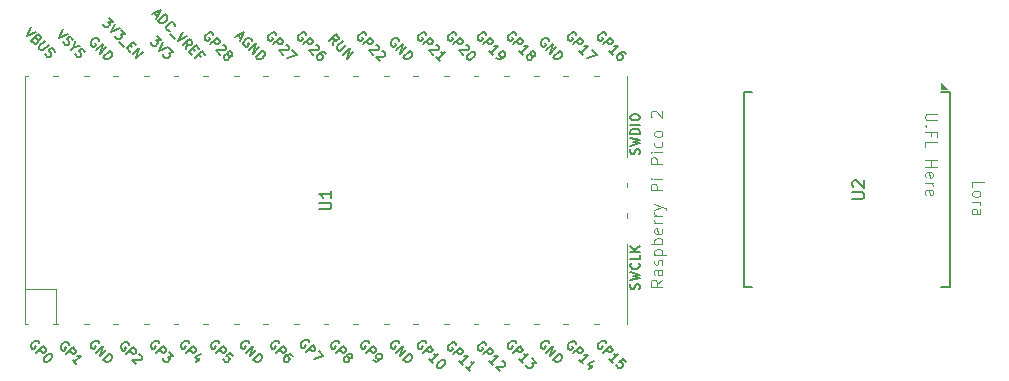
<source format=gbr>
%TF.GenerationSoftware,KiCad,Pcbnew,8.0.6*%
%TF.CreationDate,2025-05-31T15:30:40+01:00*%
%TF.ProjectId,Leo_Ground,4c656f5f-4772-46f7-956e-642e6b696361,rev?*%
%TF.SameCoordinates,Original*%
%TF.FileFunction,Legend,Top*%
%TF.FilePolarity,Positive*%
%FSLAX46Y46*%
G04 Gerber Fmt 4.6, Leading zero omitted, Abs format (unit mm)*
G04 Created by KiCad (PCBNEW 8.0.6) date 2025-05-31 15:30:40*
%MOMM*%
%LPD*%
G01*
G04 APERTURE LIST*
%ADD10C,0.100000*%
%ADD11C,0.150000*%
%ADD12C,0.120000*%
G04 APERTURE END LIST*
D10*
X195627580Y-87553884D02*
X194818057Y-87553884D01*
X194818057Y-87553884D02*
X194722819Y-87601503D01*
X194722819Y-87601503D02*
X194675200Y-87649122D01*
X194675200Y-87649122D02*
X194627580Y-87744360D01*
X194627580Y-87744360D02*
X194627580Y-87934836D01*
X194627580Y-87934836D02*
X194675200Y-88030074D01*
X194675200Y-88030074D02*
X194722819Y-88077693D01*
X194722819Y-88077693D02*
X194818057Y-88125312D01*
X194818057Y-88125312D02*
X195627580Y-88125312D01*
X194722819Y-88601503D02*
X194675200Y-88649122D01*
X194675200Y-88649122D02*
X194627580Y-88601503D01*
X194627580Y-88601503D02*
X194675200Y-88553884D01*
X194675200Y-88553884D02*
X194722819Y-88601503D01*
X194722819Y-88601503D02*
X194627580Y-88601503D01*
X195151390Y-89411026D02*
X195151390Y-89077693D01*
X194627580Y-89077693D02*
X195627580Y-89077693D01*
X195627580Y-89077693D02*
X195627580Y-89553883D01*
X194627580Y-90411026D02*
X194627580Y-89934836D01*
X194627580Y-89934836D02*
X195627580Y-89934836D01*
X194627580Y-91506265D02*
X195627580Y-91506265D01*
X195151390Y-91506265D02*
X195151390Y-92077693D01*
X194627580Y-92077693D02*
X195627580Y-92077693D01*
X194675200Y-92934836D02*
X194627580Y-92839598D01*
X194627580Y-92839598D02*
X194627580Y-92649122D01*
X194627580Y-92649122D02*
X194675200Y-92553884D01*
X194675200Y-92553884D02*
X194770438Y-92506265D01*
X194770438Y-92506265D02*
X195151390Y-92506265D01*
X195151390Y-92506265D02*
X195246628Y-92553884D01*
X195246628Y-92553884D02*
X195294247Y-92649122D01*
X195294247Y-92649122D02*
X195294247Y-92839598D01*
X195294247Y-92839598D02*
X195246628Y-92934836D01*
X195246628Y-92934836D02*
X195151390Y-92982455D01*
X195151390Y-92982455D02*
X195056152Y-92982455D01*
X195056152Y-92982455D02*
X194960914Y-92506265D01*
X194627580Y-93411027D02*
X195294247Y-93411027D01*
X195103771Y-93411027D02*
X195199009Y-93458646D01*
X195199009Y-93458646D02*
X195246628Y-93506265D01*
X195246628Y-93506265D02*
X195294247Y-93601503D01*
X195294247Y-93601503D02*
X195294247Y-93696741D01*
X194675200Y-94411027D02*
X194627580Y-94315789D01*
X194627580Y-94315789D02*
X194627580Y-94125313D01*
X194627580Y-94125313D02*
X194675200Y-94030075D01*
X194675200Y-94030075D02*
X194770438Y-93982456D01*
X194770438Y-93982456D02*
X195151390Y-93982456D01*
X195151390Y-93982456D02*
X195246628Y-94030075D01*
X195246628Y-94030075D02*
X195294247Y-94125313D01*
X195294247Y-94125313D02*
X195294247Y-94315789D01*
X195294247Y-94315789D02*
X195246628Y-94411027D01*
X195246628Y-94411027D02*
X195151390Y-94458646D01*
X195151390Y-94458646D02*
X195056152Y-94458646D01*
X195056152Y-94458646D02*
X194960914Y-93982456D01*
X172372419Y-101624687D02*
X171896228Y-101958020D01*
X172372419Y-102196115D02*
X171372419Y-102196115D01*
X171372419Y-102196115D02*
X171372419Y-101815163D01*
X171372419Y-101815163D02*
X171420038Y-101719925D01*
X171420038Y-101719925D02*
X171467657Y-101672306D01*
X171467657Y-101672306D02*
X171562895Y-101624687D01*
X171562895Y-101624687D02*
X171705752Y-101624687D01*
X171705752Y-101624687D02*
X171800990Y-101672306D01*
X171800990Y-101672306D02*
X171848609Y-101719925D01*
X171848609Y-101719925D02*
X171896228Y-101815163D01*
X171896228Y-101815163D02*
X171896228Y-102196115D01*
X172372419Y-100767544D02*
X171848609Y-100767544D01*
X171848609Y-100767544D02*
X171753371Y-100815163D01*
X171753371Y-100815163D02*
X171705752Y-100910401D01*
X171705752Y-100910401D02*
X171705752Y-101100877D01*
X171705752Y-101100877D02*
X171753371Y-101196115D01*
X172324800Y-100767544D02*
X172372419Y-100862782D01*
X172372419Y-100862782D02*
X172372419Y-101100877D01*
X172372419Y-101100877D02*
X172324800Y-101196115D01*
X172324800Y-101196115D02*
X172229561Y-101243734D01*
X172229561Y-101243734D02*
X172134323Y-101243734D01*
X172134323Y-101243734D02*
X172039085Y-101196115D01*
X172039085Y-101196115D02*
X171991466Y-101100877D01*
X171991466Y-101100877D02*
X171991466Y-100862782D01*
X171991466Y-100862782D02*
X171943847Y-100767544D01*
X172324800Y-100338972D02*
X172372419Y-100243734D01*
X172372419Y-100243734D02*
X172372419Y-100053258D01*
X172372419Y-100053258D02*
X172324800Y-99958020D01*
X172324800Y-99958020D02*
X172229561Y-99910401D01*
X172229561Y-99910401D02*
X172181942Y-99910401D01*
X172181942Y-99910401D02*
X172086704Y-99958020D01*
X172086704Y-99958020D02*
X172039085Y-100053258D01*
X172039085Y-100053258D02*
X172039085Y-100196115D01*
X172039085Y-100196115D02*
X171991466Y-100291353D01*
X171991466Y-100291353D02*
X171896228Y-100338972D01*
X171896228Y-100338972D02*
X171848609Y-100338972D01*
X171848609Y-100338972D02*
X171753371Y-100291353D01*
X171753371Y-100291353D02*
X171705752Y-100196115D01*
X171705752Y-100196115D02*
X171705752Y-100053258D01*
X171705752Y-100053258D02*
X171753371Y-99958020D01*
X171705752Y-99481829D02*
X172705752Y-99481829D01*
X171753371Y-99481829D02*
X171705752Y-99386591D01*
X171705752Y-99386591D02*
X171705752Y-99196115D01*
X171705752Y-99196115D02*
X171753371Y-99100877D01*
X171753371Y-99100877D02*
X171800990Y-99053258D01*
X171800990Y-99053258D02*
X171896228Y-99005639D01*
X171896228Y-99005639D02*
X172181942Y-99005639D01*
X172181942Y-99005639D02*
X172277180Y-99053258D01*
X172277180Y-99053258D02*
X172324800Y-99100877D01*
X172324800Y-99100877D02*
X172372419Y-99196115D01*
X172372419Y-99196115D02*
X172372419Y-99386591D01*
X172372419Y-99386591D02*
X172324800Y-99481829D01*
X172372419Y-98577067D02*
X171372419Y-98577067D01*
X171753371Y-98577067D02*
X171705752Y-98481829D01*
X171705752Y-98481829D02*
X171705752Y-98291353D01*
X171705752Y-98291353D02*
X171753371Y-98196115D01*
X171753371Y-98196115D02*
X171800990Y-98148496D01*
X171800990Y-98148496D02*
X171896228Y-98100877D01*
X171896228Y-98100877D02*
X172181942Y-98100877D01*
X172181942Y-98100877D02*
X172277180Y-98148496D01*
X172277180Y-98148496D02*
X172324800Y-98196115D01*
X172324800Y-98196115D02*
X172372419Y-98291353D01*
X172372419Y-98291353D02*
X172372419Y-98481829D01*
X172372419Y-98481829D02*
X172324800Y-98577067D01*
X172324800Y-97291353D02*
X172372419Y-97386591D01*
X172372419Y-97386591D02*
X172372419Y-97577067D01*
X172372419Y-97577067D02*
X172324800Y-97672305D01*
X172324800Y-97672305D02*
X172229561Y-97719924D01*
X172229561Y-97719924D02*
X171848609Y-97719924D01*
X171848609Y-97719924D02*
X171753371Y-97672305D01*
X171753371Y-97672305D02*
X171705752Y-97577067D01*
X171705752Y-97577067D02*
X171705752Y-97386591D01*
X171705752Y-97386591D02*
X171753371Y-97291353D01*
X171753371Y-97291353D02*
X171848609Y-97243734D01*
X171848609Y-97243734D02*
X171943847Y-97243734D01*
X171943847Y-97243734D02*
X172039085Y-97719924D01*
X172372419Y-96815162D02*
X171705752Y-96815162D01*
X171896228Y-96815162D02*
X171800990Y-96767543D01*
X171800990Y-96767543D02*
X171753371Y-96719924D01*
X171753371Y-96719924D02*
X171705752Y-96624686D01*
X171705752Y-96624686D02*
X171705752Y-96529448D01*
X172372419Y-96196114D02*
X171705752Y-96196114D01*
X171896228Y-96196114D02*
X171800990Y-96148495D01*
X171800990Y-96148495D02*
X171753371Y-96100876D01*
X171753371Y-96100876D02*
X171705752Y-96005638D01*
X171705752Y-96005638D02*
X171705752Y-95910400D01*
X171705752Y-95672304D02*
X172372419Y-95434209D01*
X171705752Y-95196114D02*
X172372419Y-95434209D01*
X172372419Y-95434209D02*
X172610514Y-95529447D01*
X172610514Y-95529447D02*
X172658133Y-95577066D01*
X172658133Y-95577066D02*
X172705752Y-95672304D01*
X172372419Y-94053256D02*
X171372419Y-94053256D01*
X171372419Y-94053256D02*
X171372419Y-93672304D01*
X171372419Y-93672304D02*
X171420038Y-93577066D01*
X171420038Y-93577066D02*
X171467657Y-93529447D01*
X171467657Y-93529447D02*
X171562895Y-93481828D01*
X171562895Y-93481828D02*
X171705752Y-93481828D01*
X171705752Y-93481828D02*
X171800990Y-93529447D01*
X171800990Y-93529447D02*
X171848609Y-93577066D01*
X171848609Y-93577066D02*
X171896228Y-93672304D01*
X171896228Y-93672304D02*
X171896228Y-94053256D01*
X172372419Y-93053256D02*
X171705752Y-93053256D01*
X171372419Y-93053256D02*
X171420038Y-93100875D01*
X171420038Y-93100875D02*
X171467657Y-93053256D01*
X171467657Y-93053256D02*
X171420038Y-93005637D01*
X171420038Y-93005637D02*
X171372419Y-93053256D01*
X171372419Y-93053256D02*
X171467657Y-93053256D01*
X172372419Y-91815161D02*
X171372419Y-91815161D01*
X171372419Y-91815161D02*
X171372419Y-91434209D01*
X171372419Y-91434209D02*
X171420038Y-91338971D01*
X171420038Y-91338971D02*
X171467657Y-91291352D01*
X171467657Y-91291352D02*
X171562895Y-91243733D01*
X171562895Y-91243733D02*
X171705752Y-91243733D01*
X171705752Y-91243733D02*
X171800990Y-91291352D01*
X171800990Y-91291352D02*
X171848609Y-91338971D01*
X171848609Y-91338971D02*
X171896228Y-91434209D01*
X171896228Y-91434209D02*
X171896228Y-91815161D01*
X172372419Y-90815161D02*
X171705752Y-90815161D01*
X171372419Y-90815161D02*
X171420038Y-90862780D01*
X171420038Y-90862780D02*
X171467657Y-90815161D01*
X171467657Y-90815161D02*
X171420038Y-90767542D01*
X171420038Y-90767542D02*
X171372419Y-90815161D01*
X171372419Y-90815161D02*
X171467657Y-90815161D01*
X172324800Y-89910400D02*
X172372419Y-90005638D01*
X172372419Y-90005638D02*
X172372419Y-90196114D01*
X172372419Y-90196114D02*
X172324800Y-90291352D01*
X172324800Y-90291352D02*
X172277180Y-90338971D01*
X172277180Y-90338971D02*
X172181942Y-90386590D01*
X172181942Y-90386590D02*
X171896228Y-90386590D01*
X171896228Y-90386590D02*
X171800990Y-90338971D01*
X171800990Y-90338971D02*
X171753371Y-90291352D01*
X171753371Y-90291352D02*
X171705752Y-90196114D01*
X171705752Y-90196114D02*
X171705752Y-90005638D01*
X171705752Y-90005638D02*
X171753371Y-89910400D01*
X172372419Y-89338971D02*
X172324800Y-89434209D01*
X172324800Y-89434209D02*
X172277180Y-89481828D01*
X172277180Y-89481828D02*
X172181942Y-89529447D01*
X172181942Y-89529447D02*
X171896228Y-89529447D01*
X171896228Y-89529447D02*
X171800990Y-89481828D01*
X171800990Y-89481828D02*
X171753371Y-89434209D01*
X171753371Y-89434209D02*
X171705752Y-89338971D01*
X171705752Y-89338971D02*
X171705752Y-89196114D01*
X171705752Y-89196114D02*
X171753371Y-89100876D01*
X171753371Y-89100876D02*
X171800990Y-89053257D01*
X171800990Y-89053257D02*
X171896228Y-89005638D01*
X171896228Y-89005638D02*
X172181942Y-89005638D01*
X172181942Y-89005638D02*
X172277180Y-89053257D01*
X172277180Y-89053257D02*
X172324800Y-89100876D01*
X172324800Y-89100876D02*
X172372419Y-89196114D01*
X172372419Y-89196114D02*
X172372419Y-89338971D01*
X171467657Y-87862780D02*
X171420038Y-87815161D01*
X171420038Y-87815161D02*
X171372419Y-87719923D01*
X171372419Y-87719923D02*
X171372419Y-87481828D01*
X171372419Y-87481828D02*
X171420038Y-87386590D01*
X171420038Y-87386590D02*
X171467657Y-87338971D01*
X171467657Y-87338971D02*
X171562895Y-87291352D01*
X171562895Y-87291352D02*
X171658133Y-87291352D01*
X171658133Y-87291352D02*
X171800990Y-87338971D01*
X171800990Y-87338971D02*
X172372419Y-87910399D01*
X172372419Y-87910399D02*
X172372419Y-87291352D01*
X198627580Y-93780074D02*
X198627580Y-93303884D01*
X198627580Y-93303884D02*
X199627580Y-93303884D01*
X198627580Y-94256265D02*
X198675200Y-94161027D01*
X198675200Y-94161027D02*
X198722819Y-94113408D01*
X198722819Y-94113408D02*
X198818057Y-94065789D01*
X198818057Y-94065789D02*
X199103771Y-94065789D01*
X199103771Y-94065789D02*
X199199009Y-94113408D01*
X199199009Y-94113408D02*
X199246628Y-94161027D01*
X199246628Y-94161027D02*
X199294247Y-94256265D01*
X199294247Y-94256265D02*
X199294247Y-94399122D01*
X199294247Y-94399122D02*
X199246628Y-94494360D01*
X199246628Y-94494360D02*
X199199009Y-94541979D01*
X199199009Y-94541979D02*
X199103771Y-94589598D01*
X199103771Y-94589598D02*
X198818057Y-94589598D01*
X198818057Y-94589598D02*
X198722819Y-94541979D01*
X198722819Y-94541979D02*
X198675200Y-94494360D01*
X198675200Y-94494360D02*
X198627580Y-94399122D01*
X198627580Y-94399122D02*
X198627580Y-94256265D01*
X198627580Y-95018170D02*
X199294247Y-95018170D01*
X199103771Y-95018170D02*
X199199009Y-95065789D01*
X199199009Y-95065789D02*
X199246628Y-95113408D01*
X199246628Y-95113408D02*
X199294247Y-95208646D01*
X199294247Y-95208646D02*
X199294247Y-95303884D01*
X198627580Y-96065789D02*
X199151390Y-96065789D01*
X199151390Y-96065789D02*
X199246628Y-96018170D01*
X199246628Y-96018170D02*
X199294247Y-95922932D01*
X199294247Y-95922932D02*
X199294247Y-95732456D01*
X199294247Y-95732456D02*
X199246628Y-95637218D01*
X198675200Y-96065789D02*
X198627580Y-95970551D01*
X198627580Y-95970551D02*
X198627580Y-95732456D01*
X198627580Y-95732456D02*
X198675200Y-95637218D01*
X198675200Y-95637218D02*
X198770438Y-95589599D01*
X198770438Y-95589599D02*
X198865676Y-95589599D01*
X198865676Y-95589599D02*
X198960914Y-95637218D01*
X198960914Y-95637218D02*
X199008533Y-95732456D01*
X199008533Y-95732456D02*
X199008533Y-95970551D01*
X199008533Y-95970551D02*
X199056152Y-96065789D01*
D11*
X188454819Y-94761904D02*
X189264342Y-94761904D01*
X189264342Y-94761904D02*
X189359580Y-94714285D01*
X189359580Y-94714285D02*
X189407200Y-94666666D01*
X189407200Y-94666666D02*
X189454819Y-94571428D01*
X189454819Y-94571428D02*
X189454819Y-94380952D01*
X189454819Y-94380952D02*
X189407200Y-94285714D01*
X189407200Y-94285714D02*
X189359580Y-94238095D01*
X189359580Y-94238095D02*
X189264342Y-94190476D01*
X189264342Y-94190476D02*
X188454819Y-94190476D01*
X188550057Y-93761904D02*
X188502438Y-93714285D01*
X188502438Y-93714285D02*
X188454819Y-93619047D01*
X188454819Y-93619047D02*
X188454819Y-93380952D01*
X188454819Y-93380952D02*
X188502438Y-93285714D01*
X188502438Y-93285714D02*
X188550057Y-93238095D01*
X188550057Y-93238095D02*
X188645295Y-93190476D01*
X188645295Y-93190476D02*
X188740533Y-93190476D01*
X188740533Y-93190476D02*
X188883390Y-93238095D01*
X188883390Y-93238095D02*
X189454819Y-93809523D01*
X189454819Y-93809523D02*
X189454819Y-93190476D01*
X143344819Y-95651904D02*
X144154342Y-95651904D01*
X144154342Y-95651904D02*
X144249580Y-95604285D01*
X144249580Y-95604285D02*
X144297200Y-95556666D01*
X144297200Y-95556666D02*
X144344819Y-95461428D01*
X144344819Y-95461428D02*
X144344819Y-95270952D01*
X144344819Y-95270952D02*
X144297200Y-95175714D01*
X144297200Y-95175714D02*
X144249580Y-95128095D01*
X144249580Y-95128095D02*
X144154342Y-95080476D01*
X144154342Y-95080476D02*
X143344819Y-95080476D01*
X144344819Y-94080476D02*
X144344819Y-94651904D01*
X144344819Y-94366190D02*
X143344819Y-94366190D01*
X143344819Y-94366190D02*
X143487676Y-94461428D01*
X143487676Y-94461428D02*
X143582914Y-94556666D01*
X143582914Y-94556666D02*
X143630533Y-94651904D01*
X121639757Y-80410749D02*
X121262633Y-81164996D01*
X121262633Y-81164996D02*
X122016881Y-80787873D01*
X121639757Y-81488245D02*
X121693632Y-81595995D01*
X121693632Y-81595995D02*
X121828319Y-81730682D01*
X121828319Y-81730682D02*
X121909131Y-81757619D01*
X121909131Y-81757619D02*
X121963006Y-81757619D01*
X121963006Y-81757619D02*
X122043818Y-81730682D01*
X122043818Y-81730682D02*
X122097693Y-81676807D01*
X122097693Y-81676807D02*
X122124630Y-81595995D01*
X122124630Y-81595995D02*
X122124630Y-81542120D01*
X122124630Y-81542120D02*
X122097693Y-81461308D01*
X122097693Y-81461308D02*
X122016881Y-81326621D01*
X122016881Y-81326621D02*
X121989943Y-81245808D01*
X121989943Y-81245808D02*
X121989943Y-81191934D01*
X121989943Y-81191934D02*
X122016881Y-81111121D01*
X122016881Y-81111121D02*
X122070755Y-81057247D01*
X122070755Y-81057247D02*
X122151568Y-81030309D01*
X122151568Y-81030309D02*
X122205442Y-81030309D01*
X122205442Y-81030309D02*
X122286255Y-81057247D01*
X122286255Y-81057247D02*
X122420942Y-81191934D01*
X122420942Y-81191934D02*
X122474816Y-81299683D01*
X122555629Y-81919244D02*
X122286255Y-82188618D01*
X122663378Y-81434370D02*
X122555629Y-81919244D01*
X122555629Y-81919244D02*
X123040502Y-81811494D01*
X122663378Y-82511866D02*
X122717253Y-82619616D01*
X122717253Y-82619616D02*
X122851940Y-82754303D01*
X122851940Y-82754303D02*
X122932752Y-82781240D01*
X122932752Y-82781240D02*
X122986627Y-82781240D01*
X122986627Y-82781240D02*
X123067439Y-82754303D01*
X123067439Y-82754303D02*
X123121314Y-82700428D01*
X123121314Y-82700428D02*
X123148251Y-82619616D01*
X123148251Y-82619616D02*
X123148251Y-82565741D01*
X123148251Y-82565741D02*
X123121314Y-82484929D01*
X123121314Y-82484929D02*
X123040502Y-82350242D01*
X123040502Y-82350242D02*
X123013564Y-82269430D01*
X123013564Y-82269430D02*
X123013564Y-82215555D01*
X123013564Y-82215555D02*
X123040502Y-82134743D01*
X123040502Y-82134743D02*
X123094377Y-82080868D01*
X123094377Y-82080868D02*
X123175189Y-82053930D01*
X123175189Y-82053930D02*
X123229064Y-82053930D01*
X123229064Y-82053930D02*
X123309876Y-82080868D01*
X123309876Y-82080868D02*
X123444563Y-82215555D01*
X123444563Y-82215555D02*
X123498438Y-82323304D01*
X152399131Y-80879998D02*
X152372194Y-80799185D01*
X152372194Y-80799185D02*
X152291381Y-80718373D01*
X152291381Y-80718373D02*
X152183632Y-80664498D01*
X152183632Y-80664498D02*
X152075882Y-80664498D01*
X152075882Y-80664498D02*
X151995070Y-80691436D01*
X151995070Y-80691436D02*
X151860383Y-80772248D01*
X151860383Y-80772248D02*
X151779571Y-80853060D01*
X151779571Y-80853060D02*
X151698758Y-80987747D01*
X151698758Y-80987747D02*
X151671821Y-81068560D01*
X151671821Y-81068560D02*
X151671821Y-81176309D01*
X151671821Y-81176309D02*
X151725696Y-81284059D01*
X151725696Y-81284059D02*
X151779571Y-81337934D01*
X151779571Y-81337934D02*
X151887320Y-81391808D01*
X151887320Y-81391808D02*
X151941195Y-81391808D01*
X151941195Y-81391808D02*
X152129757Y-81203247D01*
X152129757Y-81203247D02*
X152022007Y-81095497D01*
X152129757Y-81688120D02*
X152695442Y-81122434D01*
X152695442Y-81122434D02*
X152910942Y-81337934D01*
X152910942Y-81337934D02*
X152937879Y-81418746D01*
X152937879Y-81418746D02*
X152937879Y-81472621D01*
X152937879Y-81472621D02*
X152910942Y-81553433D01*
X152910942Y-81553433D02*
X152830129Y-81634245D01*
X152830129Y-81634245D02*
X152749317Y-81661182D01*
X152749317Y-81661182D02*
X152695442Y-81661182D01*
X152695442Y-81661182D02*
X152614630Y-81634245D01*
X152614630Y-81634245D02*
X152399131Y-81418746D01*
X153180316Y-81715057D02*
X153234190Y-81715057D01*
X153234190Y-81715057D02*
X153315003Y-81741995D01*
X153315003Y-81741995D02*
X153449690Y-81876682D01*
X153449690Y-81876682D02*
X153476627Y-81957494D01*
X153476627Y-81957494D02*
X153476627Y-82011369D01*
X153476627Y-82011369D02*
X153449690Y-82092181D01*
X153449690Y-82092181D02*
X153395815Y-82146056D01*
X153395815Y-82146056D02*
X153288065Y-82199930D01*
X153288065Y-82199930D02*
X152641568Y-82199930D01*
X152641568Y-82199930D02*
X152991754Y-82550117D01*
X153530502Y-83088865D02*
X153207253Y-82765616D01*
X153368878Y-82927240D02*
X153934563Y-82361555D01*
X153934563Y-82361555D02*
X153799876Y-82388492D01*
X153799876Y-82388492D02*
X153692126Y-82388492D01*
X153692126Y-82388492D02*
X153611314Y-82361555D01*
X129599131Y-80980123D02*
X129949317Y-81330309D01*
X129949317Y-81330309D02*
X129545256Y-81357247D01*
X129545256Y-81357247D02*
X129626068Y-81438059D01*
X129626068Y-81438059D02*
X129653006Y-81518871D01*
X129653006Y-81518871D02*
X129653006Y-81572746D01*
X129653006Y-81572746D02*
X129626068Y-81653558D01*
X129626068Y-81653558D02*
X129491381Y-81788245D01*
X129491381Y-81788245D02*
X129410569Y-81815182D01*
X129410569Y-81815182D02*
X129356694Y-81815182D01*
X129356694Y-81815182D02*
X129275882Y-81788245D01*
X129275882Y-81788245D02*
X129114258Y-81626621D01*
X129114258Y-81626621D02*
X129087320Y-81545808D01*
X129087320Y-81545808D02*
X129087320Y-81491934D01*
X130110942Y-81491934D02*
X129733818Y-82246181D01*
X129733818Y-82246181D02*
X130488065Y-81869057D01*
X130622752Y-82003744D02*
X130972938Y-82353930D01*
X130972938Y-82353930D02*
X130568877Y-82380868D01*
X130568877Y-82380868D02*
X130649690Y-82461680D01*
X130649690Y-82461680D02*
X130676627Y-82542492D01*
X130676627Y-82542492D02*
X130676627Y-82596367D01*
X130676627Y-82596367D02*
X130649690Y-82677179D01*
X130649690Y-82677179D02*
X130515003Y-82811866D01*
X130515003Y-82811866D02*
X130434190Y-82838804D01*
X130434190Y-82838804D02*
X130380316Y-82838804D01*
X130380316Y-82838804D02*
X130299503Y-82811866D01*
X130299503Y-82811866D02*
X130137879Y-82650242D01*
X130137879Y-82650242D02*
X130110942Y-82569430D01*
X130110942Y-82569430D02*
X130110942Y-82515555D01*
X124691568Y-81376435D02*
X124664631Y-81295623D01*
X124664631Y-81295623D02*
X124583819Y-81214811D01*
X124583819Y-81214811D02*
X124476069Y-81160936D01*
X124476069Y-81160936D02*
X124368319Y-81160936D01*
X124368319Y-81160936D02*
X124287507Y-81187873D01*
X124287507Y-81187873D02*
X124152820Y-81268685D01*
X124152820Y-81268685D02*
X124072008Y-81349498D01*
X124072008Y-81349498D02*
X123991196Y-81484185D01*
X123991196Y-81484185D02*
X123964258Y-81564997D01*
X123964258Y-81564997D02*
X123964258Y-81672746D01*
X123964258Y-81672746D02*
X124018133Y-81780496D01*
X124018133Y-81780496D02*
X124072008Y-81834371D01*
X124072008Y-81834371D02*
X124179758Y-81888246D01*
X124179758Y-81888246D02*
X124233632Y-81888246D01*
X124233632Y-81888246D02*
X124422194Y-81699684D01*
X124422194Y-81699684D02*
X124314445Y-81591934D01*
X124422194Y-82184557D02*
X124987880Y-81618872D01*
X124987880Y-81618872D02*
X124745443Y-82507806D01*
X124745443Y-82507806D02*
X125311128Y-81942120D01*
X125014817Y-82777180D02*
X125580502Y-82211494D01*
X125580502Y-82211494D02*
X125715189Y-82346181D01*
X125715189Y-82346181D02*
X125769064Y-82453931D01*
X125769064Y-82453931D02*
X125769064Y-82561680D01*
X125769064Y-82561680D02*
X125742127Y-82642493D01*
X125742127Y-82642493D02*
X125661314Y-82777180D01*
X125661314Y-82777180D02*
X125580502Y-82857992D01*
X125580502Y-82857992D02*
X125445815Y-82938804D01*
X125445815Y-82938804D02*
X125365003Y-82965741D01*
X125365003Y-82965741D02*
X125257253Y-82965741D01*
X125257253Y-82965741D02*
X125149504Y-82911867D01*
X125149504Y-82911867D02*
X125014817Y-82777180D01*
X162791568Y-81376435D02*
X162764631Y-81295623D01*
X162764631Y-81295623D02*
X162683819Y-81214811D01*
X162683819Y-81214811D02*
X162576069Y-81160936D01*
X162576069Y-81160936D02*
X162468319Y-81160936D01*
X162468319Y-81160936D02*
X162387507Y-81187873D01*
X162387507Y-81187873D02*
X162252820Y-81268685D01*
X162252820Y-81268685D02*
X162172008Y-81349498D01*
X162172008Y-81349498D02*
X162091196Y-81484185D01*
X162091196Y-81484185D02*
X162064258Y-81564997D01*
X162064258Y-81564997D02*
X162064258Y-81672746D01*
X162064258Y-81672746D02*
X162118133Y-81780496D01*
X162118133Y-81780496D02*
X162172008Y-81834371D01*
X162172008Y-81834371D02*
X162279758Y-81888246D01*
X162279758Y-81888246D02*
X162333632Y-81888246D01*
X162333632Y-81888246D02*
X162522194Y-81699684D01*
X162522194Y-81699684D02*
X162414445Y-81591934D01*
X162522194Y-82184557D02*
X163087880Y-81618872D01*
X163087880Y-81618872D02*
X162845443Y-82507806D01*
X162845443Y-82507806D02*
X163411128Y-81942120D01*
X163114817Y-82777180D02*
X163680502Y-82211494D01*
X163680502Y-82211494D02*
X163815189Y-82346181D01*
X163815189Y-82346181D02*
X163869064Y-82453931D01*
X163869064Y-82453931D02*
X163869064Y-82561680D01*
X163869064Y-82561680D02*
X163842127Y-82642493D01*
X163842127Y-82642493D02*
X163761314Y-82777180D01*
X163761314Y-82777180D02*
X163680502Y-82857992D01*
X163680502Y-82857992D02*
X163545815Y-82938804D01*
X163545815Y-82938804D02*
X163465003Y-82965741D01*
X163465003Y-82965741D02*
X163357253Y-82965741D01*
X163357253Y-82965741D02*
X163249504Y-82911867D01*
X163249504Y-82911867D02*
X163114817Y-82777180D01*
X118962414Y-80243406D02*
X118585290Y-80997653D01*
X118585290Y-80997653D02*
X119339537Y-80620529D01*
X119447287Y-81267027D02*
X119501161Y-81374776D01*
X119501161Y-81374776D02*
X119501161Y-81428651D01*
X119501161Y-81428651D02*
X119474224Y-81509463D01*
X119474224Y-81509463D02*
X119393412Y-81590276D01*
X119393412Y-81590276D02*
X119312600Y-81617213D01*
X119312600Y-81617213D02*
X119258725Y-81617213D01*
X119258725Y-81617213D02*
X119177913Y-81590276D01*
X119177913Y-81590276D02*
X118962413Y-81374776D01*
X118962413Y-81374776D02*
X119528099Y-80809091D01*
X119528099Y-80809091D02*
X119716661Y-80997653D01*
X119716661Y-80997653D02*
X119743598Y-81078465D01*
X119743598Y-81078465D02*
X119743598Y-81132340D01*
X119743598Y-81132340D02*
X119716661Y-81213152D01*
X119716661Y-81213152D02*
X119662786Y-81267027D01*
X119662786Y-81267027D02*
X119581974Y-81293964D01*
X119581974Y-81293964D02*
X119528099Y-81293964D01*
X119528099Y-81293964D02*
X119447287Y-81267027D01*
X119447287Y-81267027D02*
X119258725Y-81078465D01*
X120093784Y-81374776D02*
X119635848Y-81832712D01*
X119635848Y-81832712D02*
X119608911Y-81913524D01*
X119608911Y-81913524D02*
X119608911Y-81967399D01*
X119608911Y-81967399D02*
X119635848Y-82048211D01*
X119635848Y-82048211D02*
X119743598Y-82155961D01*
X119743598Y-82155961D02*
X119824410Y-82182898D01*
X119824410Y-82182898D02*
X119878285Y-82182898D01*
X119878285Y-82182898D02*
X119959097Y-82155961D01*
X119959097Y-82155961D02*
X120417033Y-81698025D01*
X120120722Y-82479210D02*
X120174596Y-82586959D01*
X120174596Y-82586959D02*
X120309283Y-82721646D01*
X120309283Y-82721646D02*
X120390096Y-82748584D01*
X120390096Y-82748584D02*
X120443970Y-82748584D01*
X120443970Y-82748584D02*
X120524783Y-82721646D01*
X120524783Y-82721646D02*
X120578657Y-82667771D01*
X120578657Y-82667771D02*
X120605595Y-82586959D01*
X120605595Y-82586959D02*
X120605595Y-82533084D01*
X120605595Y-82533084D02*
X120578657Y-82452272D01*
X120578657Y-82452272D02*
X120497845Y-82317585D01*
X120497845Y-82317585D02*
X120470908Y-82236773D01*
X120470908Y-82236773D02*
X120470908Y-82182898D01*
X120470908Y-82182898D02*
X120497845Y-82102086D01*
X120497845Y-82102086D02*
X120551720Y-82048211D01*
X120551720Y-82048211D02*
X120632532Y-82021274D01*
X120632532Y-82021274D02*
X120686407Y-82021274D01*
X120686407Y-82021274D02*
X120767219Y-82048211D01*
X120767219Y-82048211D02*
X120901906Y-82182898D01*
X120901906Y-82182898D02*
X120955781Y-82290648D01*
X142229131Y-80879998D02*
X142202194Y-80799185D01*
X142202194Y-80799185D02*
X142121381Y-80718373D01*
X142121381Y-80718373D02*
X142013632Y-80664498D01*
X142013632Y-80664498D02*
X141905882Y-80664498D01*
X141905882Y-80664498D02*
X141825070Y-80691436D01*
X141825070Y-80691436D02*
X141690383Y-80772248D01*
X141690383Y-80772248D02*
X141609571Y-80853060D01*
X141609571Y-80853060D02*
X141528758Y-80987747D01*
X141528758Y-80987747D02*
X141501821Y-81068560D01*
X141501821Y-81068560D02*
X141501821Y-81176309D01*
X141501821Y-81176309D02*
X141555696Y-81284059D01*
X141555696Y-81284059D02*
X141609571Y-81337934D01*
X141609571Y-81337934D02*
X141717320Y-81391808D01*
X141717320Y-81391808D02*
X141771195Y-81391808D01*
X141771195Y-81391808D02*
X141959757Y-81203247D01*
X141959757Y-81203247D02*
X141852007Y-81095497D01*
X141959757Y-81688120D02*
X142525442Y-81122434D01*
X142525442Y-81122434D02*
X142740942Y-81337934D01*
X142740942Y-81337934D02*
X142767879Y-81418746D01*
X142767879Y-81418746D02*
X142767879Y-81472621D01*
X142767879Y-81472621D02*
X142740942Y-81553433D01*
X142740942Y-81553433D02*
X142660129Y-81634245D01*
X142660129Y-81634245D02*
X142579317Y-81661182D01*
X142579317Y-81661182D02*
X142525442Y-81661182D01*
X142525442Y-81661182D02*
X142444630Y-81634245D01*
X142444630Y-81634245D02*
X142229131Y-81418746D01*
X143010316Y-81715057D02*
X143064190Y-81715057D01*
X143064190Y-81715057D02*
X143145003Y-81741995D01*
X143145003Y-81741995D02*
X143279690Y-81876682D01*
X143279690Y-81876682D02*
X143306627Y-81957494D01*
X143306627Y-81957494D02*
X143306627Y-82011369D01*
X143306627Y-82011369D02*
X143279690Y-82092181D01*
X143279690Y-82092181D02*
X143225815Y-82146056D01*
X143225815Y-82146056D02*
X143118065Y-82199930D01*
X143118065Y-82199930D02*
X142471568Y-82199930D01*
X142471568Y-82199930D02*
X142821754Y-82550117D01*
X143872313Y-82469305D02*
X143764563Y-82361555D01*
X143764563Y-82361555D02*
X143683751Y-82334618D01*
X143683751Y-82334618D02*
X143629876Y-82334618D01*
X143629876Y-82334618D02*
X143495189Y-82361555D01*
X143495189Y-82361555D02*
X143360502Y-82442367D01*
X143360502Y-82442367D02*
X143145003Y-82657866D01*
X143145003Y-82657866D02*
X143118065Y-82738679D01*
X143118065Y-82738679D02*
X143118065Y-82792553D01*
X143118065Y-82792553D02*
X143145003Y-82873366D01*
X143145003Y-82873366D02*
X143252752Y-82981115D01*
X143252752Y-82981115D02*
X143333565Y-83008053D01*
X143333565Y-83008053D02*
X143387439Y-83008053D01*
X143387439Y-83008053D02*
X143468252Y-82981115D01*
X143468252Y-82981115D02*
X143602939Y-82846428D01*
X143602939Y-82846428D02*
X143629876Y-82765616D01*
X143629876Y-82765616D02*
X143629876Y-82711741D01*
X143629876Y-82711741D02*
X143602939Y-82630929D01*
X143602939Y-82630929D02*
X143495189Y-82523179D01*
X143495189Y-82523179D02*
X143414377Y-82496242D01*
X143414377Y-82496242D02*
X143360502Y-82496242D01*
X143360502Y-82496242D02*
X143279690Y-82523179D01*
X165089131Y-107033998D02*
X165062194Y-106953185D01*
X165062194Y-106953185D02*
X164981381Y-106872373D01*
X164981381Y-106872373D02*
X164873632Y-106818498D01*
X164873632Y-106818498D02*
X164765882Y-106818498D01*
X164765882Y-106818498D02*
X164685070Y-106845436D01*
X164685070Y-106845436D02*
X164550383Y-106926248D01*
X164550383Y-106926248D02*
X164469571Y-107007060D01*
X164469571Y-107007060D02*
X164388758Y-107141747D01*
X164388758Y-107141747D02*
X164361821Y-107222560D01*
X164361821Y-107222560D02*
X164361821Y-107330309D01*
X164361821Y-107330309D02*
X164415696Y-107438059D01*
X164415696Y-107438059D02*
X164469571Y-107491934D01*
X164469571Y-107491934D02*
X164577320Y-107545808D01*
X164577320Y-107545808D02*
X164631195Y-107545808D01*
X164631195Y-107545808D02*
X164819757Y-107357247D01*
X164819757Y-107357247D02*
X164712007Y-107249497D01*
X164819757Y-107842120D02*
X165385442Y-107276434D01*
X165385442Y-107276434D02*
X165600942Y-107491934D01*
X165600942Y-107491934D02*
X165627879Y-107572746D01*
X165627879Y-107572746D02*
X165627879Y-107626621D01*
X165627879Y-107626621D02*
X165600942Y-107707433D01*
X165600942Y-107707433D02*
X165520129Y-107788245D01*
X165520129Y-107788245D02*
X165439317Y-107815182D01*
X165439317Y-107815182D02*
X165385442Y-107815182D01*
X165385442Y-107815182D02*
X165304630Y-107788245D01*
X165304630Y-107788245D02*
X165089131Y-107572746D01*
X165681754Y-108704117D02*
X165358505Y-108380868D01*
X165520129Y-108542492D02*
X166085815Y-107976807D01*
X166085815Y-107976807D02*
X165951128Y-108003744D01*
X165951128Y-108003744D02*
X165843378Y-108003744D01*
X165843378Y-108003744D02*
X165762566Y-107976807D01*
X166543751Y-108811866D02*
X166166627Y-109188990D01*
X166624563Y-108461680D02*
X166085815Y-108731054D01*
X166085815Y-108731054D02*
X166436001Y-109081240D01*
X170414200Y-90985238D02*
X170452295Y-90870952D01*
X170452295Y-90870952D02*
X170452295Y-90680476D01*
X170452295Y-90680476D02*
X170414200Y-90604285D01*
X170414200Y-90604285D02*
X170376104Y-90566190D01*
X170376104Y-90566190D02*
X170299914Y-90528095D01*
X170299914Y-90528095D02*
X170223723Y-90528095D01*
X170223723Y-90528095D02*
X170147533Y-90566190D01*
X170147533Y-90566190D02*
X170109438Y-90604285D01*
X170109438Y-90604285D02*
X170071342Y-90680476D01*
X170071342Y-90680476D02*
X170033247Y-90832857D01*
X170033247Y-90832857D02*
X169995152Y-90909047D01*
X169995152Y-90909047D02*
X169957057Y-90947142D01*
X169957057Y-90947142D02*
X169880866Y-90985238D01*
X169880866Y-90985238D02*
X169804676Y-90985238D01*
X169804676Y-90985238D02*
X169728485Y-90947142D01*
X169728485Y-90947142D02*
X169690390Y-90909047D01*
X169690390Y-90909047D02*
X169652295Y-90832857D01*
X169652295Y-90832857D02*
X169652295Y-90642380D01*
X169652295Y-90642380D02*
X169690390Y-90528095D01*
X169652295Y-90261428D02*
X170452295Y-90070952D01*
X170452295Y-90070952D02*
X169880866Y-89918571D01*
X169880866Y-89918571D02*
X170452295Y-89766190D01*
X170452295Y-89766190D02*
X169652295Y-89575714D01*
X170452295Y-89270951D02*
X169652295Y-89270951D01*
X169652295Y-89270951D02*
X169652295Y-89080475D01*
X169652295Y-89080475D02*
X169690390Y-88966189D01*
X169690390Y-88966189D02*
X169766580Y-88889999D01*
X169766580Y-88889999D02*
X169842771Y-88851904D01*
X169842771Y-88851904D02*
X169995152Y-88813808D01*
X169995152Y-88813808D02*
X170109438Y-88813808D01*
X170109438Y-88813808D02*
X170261819Y-88851904D01*
X170261819Y-88851904D02*
X170338009Y-88889999D01*
X170338009Y-88889999D02*
X170414200Y-88966189D01*
X170414200Y-88966189D02*
X170452295Y-89080475D01*
X170452295Y-89080475D02*
X170452295Y-89270951D01*
X170452295Y-88470951D02*
X169652295Y-88470951D01*
X169652295Y-87937618D02*
X169652295Y-87785237D01*
X169652295Y-87785237D02*
X169690390Y-87709047D01*
X169690390Y-87709047D02*
X169766580Y-87632856D01*
X169766580Y-87632856D02*
X169918961Y-87594761D01*
X169918961Y-87594761D02*
X170185628Y-87594761D01*
X170185628Y-87594761D02*
X170338009Y-87632856D01*
X170338009Y-87632856D02*
X170414200Y-87709047D01*
X170414200Y-87709047D02*
X170452295Y-87785237D01*
X170452295Y-87785237D02*
X170452295Y-87937618D01*
X170452295Y-87937618D02*
X170414200Y-88013809D01*
X170414200Y-88013809D02*
X170338009Y-88089999D01*
X170338009Y-88089999D02*
X170185628Y-88128095D01*
X170185628Y-88128095D02*
X169918961Y-88128095D01*
X169918961Y-88128095D02*
X169766580Y-88089999D01*
X169766580Y-88089999D02*
X169690390Y-88013809D01*
X169690390Y-88013809D02*
X169652295Y-87937618D01*
X152389131Y-106987998D02*
X152362194Y-106907185D01*
X152362194Y-106907185D02*
X152281381Y-106826373D01*
X152281381Y-106826373D02*
X152173632Y-106772498D01*
X152173632Y-106772498D02*
X152065882Y-106772498D01*
X152065882Y-106772498D02*
X151985070Y-106799436D01*
X151985070Y-106799436D02*
X151850383Y-106880248D01*
X151850383Y-106880248D02*
X151769571Y-106961060D01*
X151769571Y-106961060D02*
X151688758Y-107095747D01*
X151688758Y-107095747D02*
X151661821Y-107176560D01*
X151661821Y-107176560D02*
X151661821Y-107284309D01*
X151661821Y-107284309D02*
X151715696Y-107392059D01*
X151715696Y-107392059D02*
X151769571Y-107445934D01*
X151769571Y-107445934D02*
X151877320Y-107499808D01*
X151877320Y-107499808D02*
X151931195Y-107499808D01*
X151931195Y-107499808D02*
X152119757Y-107311247D01*
X152119757Y-107311247D02*
X152012007Y-107203497D01*
X152119757Y-107796120D02*
X152685442Y-107230434D01*
X152685442Y-107230434D02*
X152900942Y-107445934D01*
X152900942Y-107445934D02*
X152927879Y-107526746D01*
X152927879Y-107526746D02*
X152927879Y-107580621D01*
X152927879Y-107580621D02*
X152900942Y-107661433D01*
X152900942Y-107661433D02*
X152820129Y-107742245D01*
X152820129Y-107742245D02*
X152739317Y-107769182D01*
X152739317Y-107769182D02*
X152685442Y-107769182D01*
X152685442Y-107769182D02*
X152604630Y-107742245D01*
X152604630Y-107742245D02*
X152389131Y-107526746D01*
X152981754Y-108658117D02*
X152658505Y-108334868D01*
X152820129Y-108496492D02*
X153385815Y-107930807D01*
X153385815Y-107930807D02*
X153251128Y-107957744D01*
X153251128Y-107957744D02*
X153143378Y-107957744D01*
X153143378Y-107957744D02*
X153062566Y-107930807D01*
X153897626Y-108442618D02*
X153951500Y-108496492D01*
X153951500Y-108496492D02*
X153978438Y-108577305D01*
X153978438Y-108577305D02*
X153978438Y-108631179D01*
X153978438Y-108631179D02*
X153951500Y-108711992D01*
X153951500Y-108711992D02*
X153870688Y-108846679D01*
X153870688Y-108846679D02*
X153736001Y-108981366D01*
X153736001Y-108981366D02*
X153601314Y-109062178D01*
X153601314Y-109062178D02*
X153520502Y-109089115D01*
X153520502Y-109089115D02*
X153466627Y-109089115D01*
X153466627Y-109089115D02*
X153385815Y-109062178D01*
X153385815Y-109062178D02*
X153331940Y-109008303D01*
X153331940Y-109008303D02*
X153305003Y-108927491D01*
X153305003Y-108927491D02*
X153305003Y-108873616D01*
X153305003Y-108873616D02*
X153331940Y-108792804D01*
X153331940Y-108792804D02*
X153412752Y-108658117D01*
X153412752Y-108658117D02*
X153547439Y-108523430D01*
X153547439Y-108523430D02*
X153682126Y-108442618D01*
X153682126Y-108442618D02*
X153762939Y-108415680D01*
X153762939Y-108415680D02*
X153816813Y-108415680D01*
X153816813Y-108415680D02*
X153897626Y-108442618D01*
X165089131Y-80879998D02*
X165062194Y-80799185D01*
X165062194Y-80799185D02*
X164981381Y-80718373D01*
X164981381Y-80718373D02*
X164873632Y-80664498D01*
X164873632Y-80664498D02*
X164765882Y-80664498D01*
X164765882Y-80664498D02*
X164685070Y-80691436D01*
X164685070Y-80691436D02*
X164550383Y-80772248D01*
X164550383Y-80772248D02*
X164469571Y-80853060D01*
X164469571Y-80853060D02*
X164388758Y-80987747D01*
X164388758Y-80987747D02*
X164361821Y-81068560D01*
X164361821Y-81068560D02*
X164361821Y-81176309D01*
X164361821Y-81176309D02*
X164415696Y-81284059D01*
X164415696Y-81284059D02*
X164469571Y-81337934D01*
X164469571Y-81337934D02*
X164577320Y-81391808D01*
X164577320Y-81391808D02*
X164631195Y-81391808D01*
X164631195Y-81391808D02*
X164819757Y-81203247D01*
X164819757Y-81203247D02*
X164712007Y-81095497D01*
X164819757Y-81688120D02*
X165385442Y-81122434D01*
X165385442Y-81122434D02*
X165600942Y-81337934D01*
X165600942Y-81337934D02*
X165627879Y-81418746D01*
X165627879Y-81418746D02*
X165627879Y-81472621D01*
X165627879Y-81472621D02*
X165600942Y-81553433D01*
X165600942Y-81553433D02*
X165520129Y-81634245D01*
X165520129Y-81634245D02*
X165439317Y-81661182D01*
X165439317Y-81661182D02*
X165385442Y-81661182D01*
X165385442Y-81661182D02*
X165304630Y-81634245D01*
X165304630Y-81634245D02*
X165089131Y-81418746D01*
X165681754Y-82550117D02*
X165358505Y-82226868D01*
X165520129Y-82388492D02*
X166085815Y-81822807D01*
X166085815Y-81822807D02*
X165951128Y-81849744D01*
X165951128Y-81849744D02*
X165843378Y-81849744D01*
X165843378Y-81849744D02*
X165762566Y-81822807D01*
X166436001Y-82172993D02*
X166813125Y-82550117D01*
X166813125Y-82550117D02*
X166005003Y-82873366D01*
X162791568Y-106976435D02*
X162764631Y-106895623D01*
X162764631Y-106895623D02*
X162683819Y-106814811D01*
X162683819Y-106814811D02*
X162576069Y-106760936D01*
X162576069Y-106760936D02*
X162468319Y-106760936D01*
X162468319Y-106760936D02*
X162387507Y-106787873D01*
X162387507Y-106787873D02*
X162252820Y-106868685D01*
X162252820Y-106868685D02*
X162172008Y-106949498D01*
X162172008Y-106949498D02*
X162091196Y-107084185D01*
X162091196Y-107084185D02*
X162064258Y-107164997D01*
X162064258Y-107164997D02*
X162064258Y-107272746D01*
X162064258Y-107272746D02*
X162118133Y-107380496D01*
X162118133Y-107380496D02*
X162172008Y-107434371D01*
X162172008Y-107434371D02*
X162279758Y-107488246D01*
X162279758Y-107488246D02*
X162333632Y-107488246D01*
X162333632Y-107488246D02*
X162522194Y-107299684D01*
X162522194Y-107299684D02*
X162414445Y-107191934D01*
X162522194Y-107784557D02*
X163087880Y-107218872D01*
X163087880Y-107218872D02*
X162845443Y-108107806D01*
X162845443Y-108107806D02*
X163411128Y-107542120D01*
X163114817Y-108377180D02*
X163680502Y-107811494D01*
X163680502Y-107811494D02*
X163815189Y-107946181D01*
X163815189Y-107946181D02*
X163869064Y-108053931D01*
X163869064Y-108053931D02*
X163869064Y-108161680D01*
X163869064Y-108161680D02*
X163842127Y-108242493D01*
X163842127Y-108242493D02*
X163761314Y-108377180D01*
X163761314Y-108377180D02*
X163680502Y-108457992D01*
X163680502Y-108457992D02*
X163545815Y-108538804D01*
X163545815Y-108538804D02*
X163465003Y-108565741D01*
X163465003Y-108565741D02*
X163357253Y-108565741D01*
X163357253Y-108565741D02*
X163249504Y-108511867D01*
X163249504Y-108511867D02*
X163114817Y-108377180D01*
X145038505Y-107003372D02*
X145011568Y-106922560D01*
X145011568Y-106922560D02*
X144930756Y-106841748D01*
X144930756Y-106841748D02*
X144823006Y-106787873D01*
X144823006Y-106787873D02*
X144715257Y-106787873D01*
X144715257Y-106787873D02*
X144634444Y-106814810D01*
X144634444Y-106814810D02*
X144499757Y-106895623D01*
X144499757Y-106895623D02*
X144418945Y-106976435D01*
X144418945Y-106976435D02*
X144338133Y-107111122D01*
X144338133Y-107111122D02*
X144311196Y-107191934D01*
X144311196Y-107191934D02*
X144311196Y-107299684D01*
X144311196Y-107299684D02*
X144365070Y-107407433D01*
X144365070Y-107407433D02*
X144418945Y-107461308D01*
X144418945Y-107461308D02*
X144526695Y-107515183D01*
X144526695Y-107515183D02*
X144580570Y-107515183D01*
X144580570Y-107515183D02*
X144769131Y-107326621D01*
X144769131Y-107326621D02*
X144661382Y-107218871D01*
X144769131Y-107811494D02*
X145334817Y-107245809D01*
X145334817Y-107245809D02*
X145550316Y-107461308D01*
X145550316Y-107461308D02*
X145577253Y-107542120D01*
X145577253Y-107542120D02*
X145577253Y-107595995D01*
X145577253Y-107595995D02*
X145550316Y-107676807D01*
X145550316Y-107676807D02*
X145469504Y-107757619D01*
X145469504Y-107757619D02*
X145388692Y-107784557D01*
X145388692Y-107784557D02*
X145334817Y-107784557D01*
X145334817Y-107784557D02*
X145254005Y-107757619D01*
X145254005Y-107757619D02*
X145038505Y-107542120D01*
X145738878Y-108134743D02*
X145711940Y-108053931D01*
X145711940Y-108053931D02*
X145711940Y-108000056D01*
X145711940Y-108000056D02*
X145738878Y-107919244D01*
X145738878Y-107919244D02*
X145765815Y-107892306D01*
X145765815Y-107892306D02*
X145846627Y-107865369D01*
X145846627Y-107865369D02*
X145900502Y-107865369D01*
X145900502Y-107865369D02*
X145981314Y-107892306D01*
X145981314Y-107892306D02*
X146089064Y-108000056D01*
X146089064Y-108000056D02*
X146116001Y-108080868D01*
X146116001Y-108080868D02*
X146116001Y-108134743D01*
X146116001Y-108134743D02*
X146089064Y-108215555D01*
X146089064Y-108215555D02*
X146062127Y-108242493D01*
X146062127Y-108242493D02*
X145981314Y-108269430D01*
X145981314Y-108269430D02*
X145927440Y-108269430D01*
X145927440Y-108269430D02*
X145846627Y-108242493D01*
X145846627Y-108242493D02*
X145738878Y-108134743D01*
X145738878Y-108134743D02*
X145658066Y-108107806D01*
X145658066Y-108107806D02*
X145604191Y-108107806D01*
X145604191Y-108107806D02*
X145523379Y-108134743D01*
X145523379Y-108134743D02*
X145415629Y-108242493D01*
X145415629Y-108242493D02*
X145388692Y-108323305D01*
X145388692Y-108323305D02*
X145388692Y-108377180D01*
X145388692Y-108377180D02*
X145415629Y-108457992D01*
X145415629Y-108457992D02*
X145523379Y-108565741D01*
X145523379Y-108565741D02*
X145604191Y-108592679D01*
X145604191Y-108592679D02*
X145658066Y-108592679D01*
X145658066Y-108592679D02*
X145738878Y-108565741D01*
X145738878Y-108565741D02*
X145846627Y-108457992D01*
X145846627Y-108457992D02*
X145873565Y-108377180D01*
X145873565Y-108377180D02*
X145873565Y-108323305D01*
X145873565Y-108323305D02*
X145846627Y-108242493D01*
X154929131Y-80879998D02*
X154902194Y-80799185D01*
X154902194Y-80799185D02*
X154821381Y-80718373D01*
X154821381Y-80718373D02*
X154713632Y-80664498D01*
X154713632Y-80664498D02*
X154605882Y-80664498D01*
X154605882Y-80664498D02*
X154525070Y-80691436D01*
X154525070Y-80691436D02*
X154390383Y-80772248D01*
X154390383Y-80772248D02*
X154309571Y-80853060D01*
X154309571Y-80853060D02*
X154228758Y-80987747D01*
X154228758Y-80987747D02*
X154201821Y-81068560D01*
X154201821Y-81068560D02*
X154201821Y-81176309D01*
X154201821Y-81176309D02*
X154255696Y-81284059D01*
X154255696Y-81284059D02*
X154309571Y-81337934D01*
X154309571Y-81337934D02*
X154417320Y-81391808D01*
X154417320Y-81391808D02*
X154471195Y-81391808D01*
X154471195Y-81391808D02*
X154659757Y-81203247D01*
X154659757Y-81203247D02*
X154552007Y-81095497D01*
X154659757Y-81688120D02*
X155225442Y-81122434D01*
X155225442Y-81122434D02*
X155440942Y-81337934D01*
X155440942Y-81337934D02*
X155467879Y-81418746D01*
X155467879Y-81418746D02*
X155467879Y-81472621D01*
X155467879Y-81472621D02*
X155440942Y-81553433D01*
X155440942Y-81553433D02*
X155360129Y-81634245D01*
X155360129Y-81634245D02*
X155279317Y-81661182D01*
X155279317Y-81661182D02*
X155225442Y-81661182D01*
X155225442Y-81661182D02*
X155144630Y-81634245D01*
X155144630Y-81634245D02*
X154929131Y-81418746D01*
X155710316Y-81715057D02*
X155764190Y-81715057D01*
X155764190Y-81715057D02*
X155845003Y-81741995D01*
X155845003Y-81741995D02*
X155979690Y-81876682D01*
X155979690Y-81876682D02*
X156006627Y-81957494D01*
X156006627Y-81957494D02*
X156006627Y-82011369D01*
X156006627Y-82011369D02*
X155979690Y-82092181D01*
X155979690Y-82092181D02*
X155925815Y-82146056D01*
X155925815Y-82146056D02*
X155818065Y-82199930D01*
X155818065Y-82199930D02*
X155171568Y-82199930D01*
X155171568Y-82199930D02*
X155521754Y-82550117D01*
X156437626Y-82334618D02*
X156491500Y-82388492D01*
X156491500Y-82388492D02*
X156518438Y-82469305D01*
X156518438Y-82469305D02*
X156518438Y-82523179D01*
X156518438Y-82523179D02*
X156491500Y-82603992D01*
X156491500Y-82603992D02*
X156410688Y-82738679D01*
X156410688Y-82738679D02*
X156276001Y-82873366D01*
X156276001Y-82873366D02*
X156141314Y-82954178D01*
X156141314Y-82954178D02*
X156060502Y-82981115D01*
X156060502Y-82981115D02*
X156006627Y-82981115D01*
X156006627Y-82981115D02*
X155925815Y-82954178D01*
X155925815Y-82954178D02*
X155871940Y-82900303D01*
X155871940Y-82900303D02*
X155845003Y-82819491D01*
X155845003Y-82819491D02*
X155845003Y-82765616D01*
X155845003Y-82765616D02*
X155871940Y-82684804D01*
X155871940Y-82684804D02*
X155952752Y-82550117D01*
X155952752Y-82550117D02*
X156087439Y-82415430D01*
X156087439Y-82415430D02*
X156222126Y-82334618D01*
X156222126Y-82334618D02*
X156302939Y-82307680D01*
X156302939Y-82307680D02*
X156356813Y-82307680D01*
X156356813Y-82307680D02*
X156437626Y-82334618D01*
X129798505Y-107003372D02*
X129771568Y-106922560D01*
X129771568Y-106922560D02*
X129690756Y-106841748D01*
X129690756Y-106841748D02*
X129583006Y-106787873D01*
X129583006Y-106787873D02*
X129475257Y-106787873D01*
X129475257Y-106787873D02*
X129394444Y-106814810D01*
X129394444Y-106814810D02*
X129259757Y-106895623D01*
X129259757Y-106895623D02*
X129178945Y-106976435D01*
X129178945Y-106976435D02*
X129098133Y-107111122D01*
X129098133Y-107111122D02*
X129071196Y-107191934D01*
X129071196Y-107191934D02*
X129071196Y-107299684D01*
X129071196Y-107299684D02*
X129125070Y-107407433D01*
X129125070Y-107407433D02*
X129178945Y-107461308D01*
X129178945Y-107461308D02*
X129286695Y-107515183D01*
X129286695Y-107515183D02*
X129340570Y-107515183D01*
X129340570Y-107515183D02*
X129529131Y-107326621D01*
X129529131Y-107326621D02*
X129421382Y-107218871D01*
X129529131Y-107811494D02*
X130094817Y-107245809D01*
X130094817Y-107245809D02*
X130310316Y-107461308D01*
X130310316Y-107461308D02*
X130337253Y-107542120D01*
X130337253Y-107542120D02*
X130337253Y-107595995D01*
X130337253Y-107595995D02*
X130310316Y-107676807D01*
X130310316Y-107676807D02*
X130229504Y-107757619D01*
X130229504Y-107757619D02*
X130148692Y-107784557D01*
X130148692Y-107784557D02*
X130094817Y-107784557D01*
X130094817Y-107784557D02*
X130014005Y-107757619D01*
X130014005Y-107757619D02*
X129798505Y-107542120D01*
X130606627Y-107757619D02*
X130956814Y-108107806D01*
X130956814Y-108107806D02*
X130552753Y-108134743D01*
X130552753Y-108134743D02*
X130633565Y-108215555D01*
X130633565Y-108215555D02*
X130660502Y-108296367D01*
X130660502Y-108296367D02*
X130660502Y-108350242D01*
X130660502Y-108350242D02*
X130633565Y-108431054D01*
X130633565Y-108431054D02*
X130498878Y-108565741D01*
X130498878Y-108565741D02*
X130418066Y-108592679D01*
X130418066Y-108592679D02*
X130364191Y-108592679D01*
X130364191Y-108592679D02*
X130283379Y-108565741D01*
X130283379Y-108565741D02*
X130121754Y-108404117D01*
X130121754Y-108404117D02*
X130094817Y-108323305D01*
X130094817Y-108323305D02*
X130094817Y-108269430D01*
X125531415Y-79412407D02*
X125881601Y-79762593D01*
X125881601Y-79762593D02*
X125477540Y-79789531D01*
X125477540Y-79789531D02*
X125558353Y-79870343D01*
X125558353Y-79870343D02*
X125585290Y-79951155D01*
X125585290Y-79951155D02*
X125585290Y-80005030D01*
X125585290Y-80005030D02*
X125558353Y-80085842D01*
X125558353Y-80085842D02*
X125423666Y-80220529D01*
X125423666Y-80220529D02*
X125342853Y-80247467D01*
X125342853Y-80247467D02*
X125288979Y-80247467D01*
X125288979Y-80247467D02*
X125208166Y-80220529D01*
X125208166Y-80220529D02*
X125046542Y-80058905D01*
X125046542Y-80058905D02*
X125019605Y-79978093D01*
X125019605Y-79978093D02*
X125019605Y-79924218D01*
X126043226Y-79924218D02*
X125666102Y-80678465D01*
X125666102Y-80678465D02*
X126420350Y-80301342D01*
X126555036Y-80436028D02*
X126905223Y-80786215D01*
X126905223Y-80786215D02*
X126501162Y-80813152D01*
X126501162Y-80813152D02*
X126581974Y-80893964D01*
X126581974Y-80893964D02*
X126608911Y-80974776D01*
X126608911Y-80974776D02*
X126608911Y-81028651D01*
X126608911Y-81028651D02*
X126581974Y-81109464D01*
X126581974Y-81109464D02*
X126447287Y-81244151D01*
X126447287Y-81244151D02*
X126366475Y-81271088D01*
X126366475Y-81271088D02*
X126312600Y-81271088D01*
X126312600Y-81271088D02*
X126231788Y-81244151D01*
X126231788Y-81244151D02*
X126070163Y-81082526D01*
X126070163Y-81082526D02*
X126043226Y-81001714D01*
X126043226Y-81001714D02*
X126043226Y-80947839D01*
X126393412Y-81513525D02*
X126824411Y-81944523D01*
X127309284Y-81729024D02*
X127497846Y-81917586D01*
X127282347Y-82294709D02*
X127012973Y-82025335D01*
X127012973Y-82025335D02*
X127578658Y-81459650D01*
X127578658Y-81459650D02*
X127848032Y-81729024D01*
X127524784Y-82537146D02*
X128090469Y-81971461D01*
X128090469Y-81971461D02*
X127848032Y-82860395D01*
X127848032Y-82860395D02*
X128413718Y-82294710D01*
X134878505Y-107003372D02*
X134851568Y-106922560D01*
X134851568Y-106922560D02*
X134770756Y-106841748D01*
X134770756Y-106841748D02*
X134663006Y-106787873D01*
X134663006Y-106787873D02*
X134555257Y-106787873D01*
X134555257Y-106787873D02*
X134474444Y-106814810D01*
X134474444Y-106814810D02*
X134339757Y-106895623D01*
X134339757Y-106895623D02*
X134258945Y-106976435D01*
X134258945Y-106976435D02*
X134178133Y-107111122D01*
X134178133Y-107111122D02*
X134151196Y-107191934D01*
X134151196Y-107191934D02*
X134151196Y-107299684D01*
X134151196Y-107299684D02*
X134205070Y-107407433D01*
X134205070Y-107407433D02*
X134258945Y-107461308D01*
X134258945Y-107461308D02*
X134366695Y-107515183D01*
X134366695Y-107515183D02*
X134420570Y-107515183D01*
X134420570Y-107515183D02*
X134609131Y-107326621D01*
X134609131Y-107326621D02*
X134501382Y-107218871D01*
X134609131Y-107811494D02*
X135174817Y-107245809D01*
X135174817Y-107245809D02*
X135390316Y-107461308D01*
X135390316Y-107461308D02*
X135417253Y-107542120D01*
X135417253Y-107542120D02*
X135417253Y-107595995D01*
X135417253Y-107595995D02*
X135390316Y-107676807D01*
X135390316Y-107676807D02*
X135309504Y-107757619D01*
X135309504Y-107757619D02*
X135228692Y-107784557D01*
X135228692Y-107784557D02*
X135174817Y-107784557D01*
X135174817Y-107784557D02*
X135094005Y-107757619D01*
X135094005Y-107757619D02*
X134878505Y-107542120D01*
X136009876Y-108080868D02*
X135740502Y-107811494D01*
X135740502Y-107811494D02*
X135444191Y-108053931D01*
X135444191Y-108053931D02*
X135498066Y-108053931D01*
X135498066Y-108053931D02*
X135578878Y-108080868D01*
X135578878Y-108080868D02*
X135713565Y-108215555D01*
X135713565Y-108215555D02*
X135740502Y-108296367D01*
X135740502Y-108296367D02*
X135740502Y-108350242D01*
X135740502Y-108350242D02*
X135713565Y-108431054D01*
X135713565Y-108431054D02*
X135578878Y-108565741D01*
X135578878Y-108565741D02*
X135498066Y-108592679D01*
X135498066Y-108592679D02*
X135444191Y-108592679D01*
X135444191Y-108592679D02*
X135363379Y-108565741D01*
X135363379Y-108565741D02*
X135228692Y-108431054D01*
X135228692Y-108431054D02*
X135201754Y-108350242D01*
X135201754Y-108350242D02*
X135201754Y-108296367D01*
X127258505Y-107103372D02*
X127231568Y-107022560D01*
X127231568Y-107022560D02*
X127150756Y-106941748D01*
X127150756Y-106941748D02*
X127043006Y-106887873D01*
X127043006Y-106887873D02*
X126935257Y-106887873D01*
X126935257Y-106887873D02*
X126854444Y-106914810D01*
X126854444Y-106914810D02*
X126719757Y-106995623D01*
X126719757Y-106995623D02*
X126638945Y-107076435D01*
X126638945Y-107076435D02*
X126558133Y-107211122D01*
X126558133Y-107211122D02*
X126531196Y-107291934D01*
X126531196Y-107291934D02*
X126531196Y-107399684D01*
X126531196Y-107399684D02*
X126585070Y-107507433D01*
X126585070Y-107507433D02*
X126638945Y-107561308D01*
X126638945Y-107561308D02*
X126746695Y-107615183D01*
X126746695Y-107615183D02*
X126800570Y-107615183D01*
X126800570Y-107615183D02*
X126989131Y-107426621D01*
X126989131Y-107426621D02*
X126881382Y-107318871D01*
X126989131Y-107911494D02*
X127554817Y-107345809D01*
X127554817Y-107345809D02*
X127770316Y-107561308D01*
X127770316Y-107561308D02*
X127797253Y-107642120D01*
X127797253Y-107642120D02*
X127797253Y-107695995D01*
X127797253Y-107695995D02*
X127770316Y-107776807D01*
X127770316Y-107776807D02*
X127689504Y-107857619D01*
X127689504Y-107857619D02*
X127608692Y-107884557D01*
X127608692Y-107884557D02*
X127554817Y-107884557D01*
X127554817Y-107884557D02*
X127474005Y-107857619D01*
X127474005Y-107857619D02*
X127258505Y-107642120D01*
X128039690Y-107938432D02*
X128093565Y-107938432D01*
X128093565Y-107938432D02*
X128174377Y-107965369D01*
X128174377Y-107965369D02*
X128309064Y-108100056D01*
X128309064Y-108100056D02*
X128336001Y-108180868D01*
X128336001Y-108180868D02*
X128336001Y-108234743D01*
X128336001Y-108234743D02*
X128309064Y-108315555D01*
X128309064Y-108315555D02*
X128255189Y-108369430D01*
X128255189Y-108369430D02*
X128147440Y-108423305D01*
X128147440Y-108423305D02*
X127500942Y-108423305D01*
X127500942Y-108423305D02*
X127851128Y-108773491D01*
X147578505Y-107003372D02*
X147551568Y-106922560D01*
X147551568Y-106922560D02*
X147470756Y-106841748D01*
X147470756Y-106841748D02*
X147363006Y-106787873D01*
X147363006Y-106787873D02*
X147255257Y-106787873D01*
X147255257Y-106787873D02*
X147174444Y-106814810D01*
X147174444Y-106814810D02*
X147039757Y-106895623D01*
X147039757Y-106895623D02*
X146958945Y-106976435D01*
X146958945Y-106976435D02*
X146878133Y-107111122D01*
X146878133Y-107111122D02*
X146851196Y-107191934D01*
X146851196Y-107191934D02*
X146851196Y-107299684D01*
X146851196Y-107299684D02*
X146905070Y-107407433D01*
X146905070Y-107407433D02*
X146958945Y-107461308D01*
X146958945Y-107461308D02*
X147066695Y-107515183D01*
X147066695Y-107515183D02*
X147120570Y-107515183D01*
X147120570Y-107515183D02*
X147309131Y-107326621D01*
X147309131Y-107326621D02*
X147201382Y-107218871D01*
X147309131Y-107811494D02*
X147874817Y-107245809D01*
X147874817Y-107245809D02*
X148090316Y-107461308D01*
X148090316Y-107461308D02*
X148117253Y-107542120D01*
X148117253Y-107542120D02*
X148117253Y-107595995D01*
X148117253Y-107595995D02*
X148090316Y-107676807D01*
X148090316Y-107676807D02*
X148009504Y-107757619D01*
X148009504Y-107757619D02*
X147928692Y-107784557D01*
X147928692Y-107784557D02*
X147874817Y-107784557D01*
X147874817Y-107784557D02*
X147794005Y-107757619D01*
X147794005Y-107757619D02*
X147578505Y-107542120D01*
X147901754Y-108404117D02*
X148009504Y-108511867D01*
X148009504Y-108511867D02*
X148090316Y-108538804D01*
X148090316Y-108538804D02*
X148144191Y-108538804D01*
X148144191Y-108538804D02*
X148278878Y-108511867D01*
X148278878Y-108511867D02*
X148413565Y-108431054D01*
X148413565Y-108431054D02*
X148629064Y-108215555D01*
X148629064Y-108215555D02*
X148656001Y-108134743D01*
X148656001Y-108134743D02*
X148656001Y-108080868D01*
X148656001Y-108080868D02*
X148629064Y-108000056D01*
X148629064Y-108000056D02*
X148521314Y-107892306D01*
X148521314Y-107892306D02*
X148440502Y-107865369D01*
X148440502Y-107865369D02*
X148386627Y-107865369D01*
X148386627Y-107865369D02*
X148305815Y-107892306D01*
X148305815Y-107892306D02*
X148171128Y-108026993D01*
X148171128Y-108026993D02*
X148144191Y-108107806D01*
X148144191Y-108107806D02*
X148144191Y-108161680D01*
X148144191Y-108161680D02*
X148171128Y-108242493D01*
X148171128Y-108242493D02*
X148278878Y-108350242D01*
X148278878Y-108350242D02*
X148359690Y-108377180D01*
X148359690Y-108377180D02*
X148413565Y-108377180D01*
X148413565Y-108377180D02*
X148494377Y-108350242D01*
X129355950Y-79045064D02*
X129625324Y-79314438D01*
X129140450Y-79152813D02*
X129894698Y-78775690D01*
X129894698Y-78775690D02*
X129517574Y-79529937D01*
X129706136Y-79718499D02*
X130271821Y-79152813D01*
X130271821Y-79152813D02*
X130406508Y-79287500D01*
X130406508Y-79287500D02*
X130460383Y-79395250D01*
X130460383Y-79395250D02*
X130460383Y-79502999D01*
X130460383Y-79502999D02*
X130433446Y-79583812D01*
X130433446Y-79583812D02*
X130352633Y-79718499D01*
X130352633Y-79718499D02*
X130271821Y-79799311D01*
X130271821Y-79799311D02*
X130137134Y-79880123D01*
X130137134Y-79880123D02*
X130056322Y-79907060D01*
X130056322Y-79907060D02*
X129948572Y-79907060D01*
X129948572Y-79907060D02*
X129840823Y-79853186D01*
X129840823Y-79853186D02*
X129706136Y-79718499D01*
X130648945Y-80553558D02*
X130595070Y-80553558D01*
X130595070Y-80553558D02*
X130487320Y-80499683D01*
X130487320Y-80499683D02*
X130433446Y-80445808D01*
X130433446Y-80445808D02*
X130379571Y-80338059D01*
X130379571Y-80338059D02*
X130379571Y-80230309D01*
X130379571Y-80230309D02*
X130406508Y-80149497D01*
X130406508Y-80149497D02*
X130487320Y-80014810D01*
X130487320Y-80014810D02*
X130568133Y-79933998D01*
X130568133Y-79933998D02*
X130702820Y-79853186D01*
X130702820Y-79853186D02*
X130783632Y-79826248D01*
X130783632Y-79826248D02*
X130891381Y-79826248D01*
X130891381Y-79826248D02*
X130999131Y-79880123D01*
X130999131Y-79880123D02*
X131053006Y-79933998D01*
X131053006Y-79933998D02*
X131106881Y-80041747D01*
X131106881Y-80041747D02*
X131106881Y-80095622D01*
X130648945Y-80769057D02*
X131079943Y-81200056D01*
X131753378Y-80634370D02*
X131376255Y-81388618D01*
X131376255Y-81388618D02*
X132130502Y-81011494D01*
X132076627Y-82088990D02*
X132157439Y-81631054D01*
X131753378Y-81765741D02*
X132319064Y-81200056D01*
X132319064Y-81200056D02*
X132534563Y-81415555D01*
X132534563Y-81415555D02*
X132561500Y-81496367D01*
X132561500Y-81496367D02*
X132561500Y-81550242D01*
X132561500Y-81550242D02*
X132534563Y-81631054D01*
X132534563Y-81631054D02*
X132453751Y-81711866D01*
X132453751Y-81711866D02*
X132372938Y-81738804D01*
X132372938Y-81738804D02*
X132319064Y-81738804D01*
X132319064Y-81738804D02*
X132238251Y-81711866D01*
X132238251Y-81711866D02*
X132022752Y-81496367D01*
X132615375Y-82035115D02*
X132803937Y-82223677D01*
X132588438Y-82600800D02*
X132319064Y-82331426D01*
X132319064Y-82331426D02*
X132884749Y-81765741D01*
X132884749Y-81765741D02*
X133154123Y-82035115D01*
X133315748Y-82735488D02*
X133127186Y-82546926D01*
X132830874Y-82843237D02*
X133396560Y-82277552D01*
X133396560Y-82277552D02*
X133665934Y-82546926D01*
X142468505Y-106903372D02*
X142441568Y-106822560D01*
X142441568Y-106822560D02*
X142360756Y-106741748D01*
X142360756Y-106741748D02*
X142253006Y-106687873D01*
X142253006Y-106687873D02*
X142145257Y-106687873D01*
X142145257Y-106687873D02*
X142064444Y-106714810D01*
X142064444Y-106714810D02*
X141929757Y-106795623D01*
X141929757Y-106795623D02*
X141848945Y-106876435D01*
X141848945Y-106876435D02*
X141768133Y-107011122D01*
X141768133Y-107011122D02*
X141741196Y-107091934D01*
X141741196Y-107091934D02*
X141741196Y-107199684D01*
X141741196Y-107199684D02*
X141795070Y-107307433D01*
X141795070Y-107307433D02*
X141848945Y-107361308D01*
X141848945Y-107361308D02*
X141956695Y-107415183D01*
X141956695Y-107415183D02*
X142010570Y-107415183D01*
X142010570Y-107415183D02*
X142199131Y-107226621D01*
X142199131Y-107226621D02*
X142091382Y-107118871D01*
X142199131Y-107711494D02*
X142764817Y-107145809D01*
X142764817Y-107145809D02*
X142980316Y-107361308D01*
X142980316Y-107361308D02*
X143007253Y-107442120D01*
X143007253Y-107442120D02*
X143007253Y-107495995D01*
X143007253Y-107495995D02*
X142980316Y-107576807D01*
X142980316Y-107576807D02*
X142899504Y-107657619D01*
X142899504Y-107657619D02*
X142818692Y-107684557D01*
X142818692Y-107684557D02*
X142764817Y-107684557D01*
X142764817Y-107684557D02*
X142684005Y-107657619D01*
X142684005Y-107657619D02*
X142468505Y-107442120D01*
X143276627Y-107657619D02*
X143653751Y-108034743D01*
X143653751Y-108034743D02*
X142845629Y-108357992D01*
X160009131Y-106987998D02*
X159982194Y-106907185D01*
X159982194Y-106907185D02*
X159901381Y-106826373D01*
X159901381Y-106826373D02*
X159793632Y-106772498D01*
X159793632Y-106772498D02*
X159685882Y-106772498D01*
X159685882Y-106772498D02*
X159605070Y-106799436D01*
X159605070Y-106799436D02*
X159470383Y-106880248D01*
X159470383Y-106880248D02*
X159389571Y-106961060D01*
X159389571Y-106961060D02*
X159308758Y-107095747D01*
X159308758Y-107095747D02*
X159281821Y-107176560D01*
X159281821Y-107176560D02*
X159281821Y-107284309D01*
X159281821Y-107284309D02*
X159335696Y-107392059D01*
X159335696Y-107392059D02*
X159389571Y-107445934D01*
X159389571Y-107445934D02*
X159497320Y-107499808D01*
X159497320Y-107499808D02*
X159551195Y-107499808D01*
X159551195Y-107499808D02*
X159739757Y-107311247D01*
X159739757Y-107311247D02*
X159632007Y-107203497D01*
X159739757Y-107796120D02*
X160305442Y-107230434D01*
X160305442Y-107230434D02*
X160520942Y-107445934D01*
X160520942Y-107445934D02*
X160547879Y-107526746D01*
X160547879Y-107526746D02*
X160547879Y-107580621D01*
X160547879Y-107580621D02*
X160520942Y-107661433D01*
X160520942Y-107661433D02*
X160440129Y-107742245D01*
X160440129Y-107742245D02*
X160359317Y-107769182D01*
X160359317Y-107769182D02*
X160305442Y-107769182D01*
X160305442Y-107769182D02*
X160224630Y-107742245D01*
X160224630Y-107742245D02*
X160009131Y-107526746D01*
X160601754Y-108658117D02*
X160278505Y-108334868D01*
X160440129Y-108496492D02*
X161005815Y-107930807D01*
X161005815Y-107930807D02*
X160871128Y-107957744D01*
X160871128Y-107957744D02*
X160763378Y-107957744D01*
X160763378Y-107957744D02*
X160682566Y-107930807D01*
X161356001Y-108280993D02*
X161706187Y-108631179D01*
X161706187Y-108631179D02*
X161302126Y-108658117D01*
X161302126Y-108658117D02*
X161382939Y-108738929D01*
X161382939Y-108738929D02*
X161409876Y-108819741D01*
X161409876Y-108819741D02*
X161409876Y-108873616D01*
X161409876Y-108873616D02*
X161382939Y-108954428D01*
X161382939Y-108954428D02*
X161248252Y-109089115D01*
X161248252Y-109089115D02*
X161167439Y-109116053D01*
X161167439Y-109116053D02*
X161113565Y-109116053D01*
X161113565Y-109116053D02*
X161032752Y-109089115D01*
X161032752Y-109089115D02*
X160871128Y-108927491D01*
X160871128Y-108927491D02*
X160844191Y-108846679D01*
X160844191Y-108846679D02*
X160844191Y-108792804D01*
X136448759Y-80933873D02*
X136718133Y-81203247D01*
X136233260Y-81041623D02*
X136987507Y-80664499D01*
X136987507Y-80664499D02*
X136610384Y-81418746D01*
X137634005Y-81364871D02*
X137607067Y-81284059D01*
X137607067Y-81284059D02*
X137526255Y-81203247D01*
X137526255Y-81203247D02*
X137418505Y-81149372D01*
X137418505Y-81149372D02*
X137310756Y-81149372D01*
X137310756Y-81149372D02*
X137229944Y-81176310D01*
X137229944Y-81176310D02*
X137095257Y-81257122D01*
X137095257Y-81257122D02*
X137014444Y-81337934D01*
X137014444Y-81337934D02*
X136933632Y-81472621D01*
X136933632Y-81472621D02*
X136906695Y-81553433D01*
X136906695Y-81553433D02*
X136906695Y-81661183D01*
X136906695Y-81661183D02*
X136960570Y-81768932D01*
X136960570Y-81768932D02*
X137014444Y-81822807D01*
X137014444Y-81822807D02*
X137122194Y-81876682D01*
X137122194Y-81876682D02*
X137176069Y-81876682D01*
X137176069Y-81876682D02*
X137364631Y-81688120D01*
X137364631Y-81688120D02*
X137256881Y-81580371D01*
X137364631Y-82172993D02*
X137930316Y-81607308D01*
X137930316Y-81607308D02*
X137687879Y-82496242D01*
X137687879Y-82496242D02*
X138253565Y-81930557D01*
X137957253Y-82765616D02*
X138522939Y-82199931D01*
X138522939Y-82199931D02*
X138657626Y-82334618D01*
X138657626Y-82334618D02*
X138711501Y-82442367D01*
X138711501Y-82442367D02*
X138711501Y-82550117D01*
X138711501Y-82550117D02*
X138684563Y-82630929D01*
X138684563Y-82630929D02*
X138603751Y-82765616D01*
X138603751Y-82765616D02*
X138522939Y-82846428D01*
X138522939Y-82846428D02*
X138388252Y-82927241D01*
X138388252Y-82927241D02*
X138307439Y-82954178D01*
X138307439Y-82954178D02*
X138199690Y-82954178D01*
X138199690Y-82954178D02*
X138091940Y-82900303D01*
X138091940Y-82900303D02*
X137957253Y-82765616D01*
X137391568Y-106976435D02*
X137364631Y-106895623D01*
X137364631Y-106895623D02*
X137283819Y-106814811D01*
X137283819Y-106814811D02*
X137176069Y-106760936D01*
X137176069Y-106760936D02*
X137068319Y-106760936D01*
X137068319Y-106760936D02*
X136987507Y-106787873D01*
X136987507Y-106787873D02*
X136852820Y-106868685D01*
X136852820Y-106868685D02*
X136772008Y-106949498D01*
X136772008Y-106949498D02*
X136691196Y-107084185D01*
X136691196Y-107084185D02*
X136664258Y-107164997D01*
X136664258Y-107164997D02*
X136664258Y-107272746D01*
X136664258Y-107272746D02*
X136718133Y-107380496D01*
X136718133Y-107380496D02*
X136772008Y-107434371D01*
X136772008Y-107434371D02*
X136879758Y-107488246D01*
X136879758Y-107488246D02*
X136933632Y-107488246D01*
X136933632Y-107488246D02*
X137122194Y-107299684D01*
X137122194Y-107299684D02*
X137014445Y-107191934D01*
X137122194Y-107784557D02*
X137687880Y-107218872D01*
X137687880Y-107218872D02*
X137445443Y-108107806D01*
X137445443Y-108107806D02*
X138011128Y-107542120D01*
X137714817Y-108377180D02*
X138280502Y-107811494D01*
X138280502Y-107811494D02*
X138415189Y-107946181D01*
X138415189Y-107946181D02*
X138469064Y-108053931D01*
X138469064Y-108053931D02*
X138469064Y-108161680D01*
X138469064Y-108161680D02*
X138442127Y-108242493D01*
X138442127Y-108242493D02*
X138361314Y-108377180D01*
X138361314Y-108377180D02*
X138280502Y-108457992D01*
X138280502Y-108457992D02*
X138145815Y-108538804D01*
X138145815Y-108538804D02*
X138065003Y-108565741D01*
X138065003Y-108565741D02*
X137957253Y-108565741D01*
X137957253Y-108565741D02*
X137849504Y-108511867D01*
X137849504Y-108511867D02*
X137714817Y-108377180D01*
X157469131Y-80879998D02*
X157442194Y-80799185D01*
X157442194Y-80799185D02*
X157361381Y-80718373D01*
X157361381Y-80718373D02*
X157253632Y-80664498D01*
X157253632Y-80664498D02*
X157145882Y-80664498D01*
X157145882Y-80664498D02*
X157065070Y-80691436D01*
X157065070Y-80691436D02*
X156930383Y-80772248D01*
X156930383Y-80772248D02*
X156849571Y-80853060D01*
X156849571Y-80853060D02*
X156768758Y-80987747D01*
X156768758Y-80987747D02*
X156741821Y-81068560D01*
X156741821Y-81068560D02*
X156741821Y-81176309D01*
X156741821Y-81176309D02*
X156795696Y-81284059D01*
X156795696Y-81284059D02*
X156849571Y-81337934D01*
X156849571Y-81337934D02*
X156957320Y-81391808D01*
X156957320Y-81391808D02*
X157011195Y-81391808D01*
X157011195Y-81391808D02*
X157199757Y-81203247D01*
X157199757Y-81203247D02*
X157092007Y-81095497D01*
X157199757Y-81688120D02*
X157765442Y-81122434D01*
X157765442Y-81122434D02*
X157980942Y-81337934D01*
X157980942Y-81337934D02*
X158007879Y-81418746D01*
X158007879Y-81418746D02*
X158007879Y-81472621D01*
X158007879Y-81472621D02*
X157980942Y-81553433D01*
X157980942Y-81553433D02*
X157900129Y-81634245D01*
X157900129Y-81634245D02*
X157819317Y-81661182D01*
X157819317Y-81661182D02*
X157765442Y-81661182D01*
X157765442Y-81661182D02*
X157684630Y-81634245D01*
X157684630Y-81634245D02*
X157469131Y-81418746D01*
X158061754Y-82550117D02*
X157738505Y-82226868D01*
X157900129Y-82388492D02*
X158465815Y-81822807D01*
X158465815Y-81822807D02*
X158331128Y-81849744D01*
X158331128Y-81849744D02*
X158223378Y-81849744D01*
X158223378Y-81849744D02*
X158142566Y-81822807D01*
X158331128Y-82819491D02*
X158438878Y-82927240D01*
X158438878Y-82927240D02*
X158519690Y-82954178D01*
X158519690Y-82954178D02*
X158573565Y-82954178D01*
X158573565Y-82954178D02*
X158708252Y-82927240D01*
X158708252Y-82927240D02*
X158842939Y-82846428D01*
X158842939Y-82846428D02*
X159058438Y-82630929D01*
X159058438Y-82630929D02*
X159085375Y-82550117D01*
X159085375Y-82550117D02*
X159085375Y-82496242D01*
X159085375Y-82496242D02*
X159058438Y-82415430D01*
X159058438Y-82415430D02*
X158950688Y-82307680D01*
X158950688Y-82307680D02*
X158869876Y-82280743D01*
X158869876Y-82280743D02*
X158816001Y-82280743D01*
X158816001Y-82280743D02*
X158735189Y-82307680D01*
X158735189Y-82307680D02*
X158600502Y-82442367D01*
X158600502Y-82442367D02*
X158573565Y-82523179D01*
X158573565Y-82523179D02*
X158573565Y-82577054D01*
X158573565Y-82577054D02*
X158600502Y-82657866D01*
X158600502Y-82657866D02*
X158708252Y-82765616D01*
X158708252Y-82765616D02*
X158789064Y-82792553D01*
X158789064Y-82792553D02*
X158842939Y-82792553D01*
X158842939Y-82792553D02*
X158923751Y-82765616D01*
X134355131Y-80879998D02*
X134328194Y-80799185D01*
X134328194Y-80799185D02*
X134247381Y-80718373D01*
X134247381Y-80718373D02*
X134139632Y-80664498D01*
X134139632Y-80664498D02*
X134031882Y-80664498D01*
X134031882Y-80664498D02*
X133951070Y-80691436D01*
X133951070Y-80691436D02*
X133816383Y-80772248D01*
X133816383Y-80772248D02*
X133735571Y-80853060D01*
X133735571Y-80853060D02*
X133654758Y-80987747D01*
X133654758Y-80987747D02*
X133627821Y-81068560D01*
X133627821Y-81068560D02*
X133627821Y-81176309D01*
X133627821Y-81176309D02*
X133681696Y-81284059D01*
X133681696Y-81284059D02*
X133735571Y-81337934D01*
X133735571Y-81337934D02*
X133843320Y-81391808D01*
X133843320Y-81391808D02*
X133897195Y-81391808D01*
X133897195Y-81391808D02*
X134085757Y-81203247D01*
X134085757Y-81203247D02*
X133978007Y-81095497D01*
X134085757Y-81688120D02*
X134651442Y-81122434D01*
X134651442Y-81122434D02*
X134866942Y-81337934D01*
X134866942Y-81337934D02*
X134893879Y-81418746D01*
X134893879Y-81418746D02*
X134893879Y-81472621D01*
X134893879Y-81472621D02*
X134866942Y-81553433D01*
X134866942Y-81553433D02*
X134786129Y-81634245D01*
X134786129Y-81634245D02*
X134705317Y-81661182D01*
X134705317Y-81661182D02*
X134651442Y-81661182D01*
X134651442Y-81661182D02*
X134570630Y-81634245D01*
X134570630Y-81634245D02*
X134355131Y-81418746D01*
X135136316Y-81715057D02*
X135190190Y-81715057D01*
X135190190Y-81715057D02*
X135271003Y-81741995D01*
X135271003Y-81741995D02*
X135405690Y-81876682D01*
X135405690Y-81876682D02*
X135432627Y-81957494D01*
X135432627Y-81957494D02*
X135432627Y-82011369D01*
X135432627Y-82011369D02*
X135405690Y-82092181D01*
X135405690Y-82092181D02*
X135351815Y-82146056D01*
X135351815Y-82146056D02*
X135244065Y-82199930D01*
X135244065Y-82199930D02*
X134597568Y-82199930D01*
X134597568Y-82199930D02*
X134947754Y-82550117D01*
X135594252Y-82550117D02*
X135567314Y-82469305D01*
X135567314Y-82469305D02*
X135567314Y-82415430D01*
X135567314Y-82415430D02*
X135594252Y-82334618D01*
X135594252Y-82334618D02*
X135621189Y-82307680D01*
X135621189Y-82307680D02*
X135702001Y-82280743D01*
X135702001Y-82280743D02*
X135755876Y-82280743D01*
X135755876Y-82280743D02*
X135836688Y-82307680D01*
X135836688Y-82307680D02*
X135944438Y-82415430D01*
X135944438Y-82415430D02*
X135971375Y-82496242D01*
X135971375Y-82496242D02*
X135971375Y-82550117D01*
X135971375Y-82550117D02*
X135944438Y-82630929D01*
X135944438Y-82630929D02*
X135917500Y-82657866D01*
X135917500Y-82657866D02*
X135836688Y-82684804D01*
X135836688Y-82684804D02*
X135782813Y-82684804D01*
X135782813Y-82684804D02*
X135702001Y-82657866D01*
X135702001Y-82657866D02*
X135594252Y-82550117D01*
X135594252Y-82550117D02*
X135513439Y-82523179D01*
X135513439Y-82523179D02*
X135459565Y-82523179D01*
X135459565Y-82523179D02*
X135378752Y-82550117D01*
X135378752Y-82550117D02*
X135271003Y-82657866D01*
X135271003Y-82657866D02*
X135244065Y-82738679D01*
X135244065Y-82738679D02*
X135244065Y-82792553D01*
X135244065Y-82792553D02*
X135271003Y-82873366D01*
X135271003Y-82873366D02*
X135378752Y-82981115D01*
X135378752Y-82981115D02*
X135459565Y-83008053D01*
X135459565Y-83008053D02*
X135513439Y-83008053D01*
X135513439Y-83008053D02*
X135594252Y-82981115D01*
X135594252Y-82981115D02*
X135702001Y-82873366D01*
X135702001Y-82873366D02*
X135728939Y-82792553D01*
X135728939Y-82792553D02*
X135728939Y-82738679D01*
X135728939Y-82738679D02*
X135702001Y-82657866D01*
X170414200Y-102399524D02*
X170452295Y-102285238D01*
X170452295Y-102285238D02*
X170452295Y-102094762D01*
X170452295Y-102094762D02*
X170414200Y-102018571D01*
X170414200Y-102018571D02*
X170376104Y-101980476D01*
X170376104Y-101980476D02*
X170299914Y-101942381D01*
X170299914Y-101942381D02*
X170223723Y-101942381D01*
X170223723Y-101942381D02*
X170147533Y-101980476D01*
X170147533Y-101980476D02*
X170109438Y-102018571D01*
X170109438Y-102018571D02*
X170071342Y-102094762D01*
X170071342Y-102094762D02*
X170033247Y-102247143D01*
X170033247Y-102247143D02*
X169995152Y-102323333D01*
X169995152Y-102323333D02*
X169957057Y-102361428D01*
X169957057Y-102361428D02*
X169880866Y-102399524D01*
X169880866Y-102399524D02*
X169804676Y-102399524D01*
X169804676Y-102399524D02*
X169728485Y-102361428D01*
X169728485Y-102361428D02*
X169690390Y-102323333D01*
X169690390Y-102323333D02*
X169652295Y-102247143D01*
X169652295Y-102247143D02*
X169652295Y-102056666D01*
X169652295Y-102056666D02*
X169690390Y-101942381D01*
X169652295Y-101675714D02*
X170452295Y-101485238D01*
X170452295Y-101485238D02*
X169880866Y-101332857D01*
X169880866Y-101332857D02*
X170452295Y-101180476D01*
X170452295Y-101180476D02*
X169652295Y-100990000D01*
X170376104Y-100228094D02*
X170414200Y-100266190D01*
X170414200Y-100266190D02*
X170452295Y-100380475D01*
X170452295Y-100380475D02*
X170452295Y-100456666D01*
X170452295Y-100456666D02*
X170414200Y-100570952D01*
X170414200Y-100570952D02*
X170338009Y-100647142D01*
X170338009Y-100647142D02*
X170261819Y-100685237D01*
X170261819Y-100685237D02*
X170109438Y-100723333D01*
X170109438Y-100723333D02*
X169995152Y-100723333D01*
X169995152Y-100723333D02*
X169842771Y-100685237D01*
X169842771Y-100685237D02*
X169766580Y-100647142D01*
X169766580Y-100647142D02*
X169690390Y-100570952D01*
X169690390Y-100570952D02*
X169652295Y-100456666D01*
X169652295Y-100456666D02*
X169652295Y-100380475D01*
X169652295Y-100380475D02*
X169690390Y-100266190D01*
X169690390Y-100266190D02*
X169728485Y-100228094D01*
X170452295Y-99504285D02*
X170452295Y-99885237D01*
X170452295Y-99885237D02*
X169652295Y-99885237D01*
X170452295Y-99237618D02*
X169652295Y-99237618D01*
X170452295Y-98780475D02*
X169995152Y-99123333D01*
X169652295Y-98780475D02*
X170109438Y-99237618D01*
X122168505Y-107103372D02*
X122141568Y-107022560D01*
X122141568Y-107022560D02*
X122060756Y-106941748D01*
X122060756Y-106941748D02*
X121953006Y-106887873D01*
X121953006Y-106887873D02*
X121845257Y-106887873D01*
X121845257Y-106887873D02*
X121764444Y-106914810D01*
X121764444Y-106914810D02*
X121629757Y-106995623D01*
X121629757Y-106995623D02*
X121548945Y-107076435D01*
X121548945Y-107076435D02*
X121468133Y-107211122D01*
X121468133Y-107211122D02*
X121441196Y-107291934D01*
X121441196Y-107291934D02*
X121441196Y-107399684D01*
X121441196Y-107399684D02*
X121495070Y-107507433D01*
X121495070Y-107507433D02*
X121548945Y-107561308D01*
X121548945Y-107561308D02*
X121656695Y-107615183D01*
X121656695Y-107615183D02*
X121710570Y-107615183D01*
X121710570Y-107615183D02*
X121899131Y-107426621D01*
X121899131Y-107426621D02*
X121791382Y-107318871D01*
X121899131Y-107911494D02*
X122464817Y-107345809D01*
X122464817Y-107345809D02*
X122680316Y-107561308D01*
X122680316Y-107561308D02*
X122707253Y-107642120D01*
X122707253Y-107642120D02*
X122707253Y-107695995D01*
X122707253Y-107695995D02*
X122680316Y-107776807D01*
X122680316Y-107776807D02*
X122599504Y-107857619D01*
X122599504Y-107857619D02*
X122518692Y-107884557D01*
X122518692Y-107884557D02*
X122464817Y-107884557D01*
X122464817Y-107884557D02*
X122384005Y-107857619D01*
X122384005Y-107857619D02*
X122168505Y-107642120D01*
X122761128Y-108773491D02*
X122437879Y-108450242D01*
X122599504Y-108611867D02*
X123165189Y-108046181D01*
X123165189Y-108046181D02*
X123030502Y-108073119D01*
X123030502Y-108073119D02*
X122922753Y-108073119D01*
X122922753Y-108073119D02*
X122841940Y-108046181D01*
X119638505Y-107003372D02*
X119611568Y-106922560D01*
X119611568Y-106922560D02*
X119530756Y-106841748D01*
X119530756Y-106841748D02*
X119423006Y-106787873D01*
X119423006Y-106787873D02*
X119315257Y-106787873D01*
X119315257Y-106787873D02*
X119234444Y-106814810D01*
X119234444Y-106814810D02*
X119099757Y-106895623D01*
X119099757Y-106895623D02*
X119018945Y-106976435D01*
X119018945Y-106976435D02*
X118938133Y-107111122D01*
X118938133Y-107111122D02*
X118911196Y-107191934D01*
X118911196Y-107191934D02*
X118911196Y-107299684D01*
X118911196Y-107299684D02*
X118965070Y-107407433D01*
X118965070Y-107407433D02*
X119018945Y-107461308D01*
X119018945Y-107461308D02*
X119126695Y-107515183D01*
X119126695Y-107515183D02*
X119180570Y-107515183D01*
X119180570Y-107515183D02*
X119369131Y-107326621D01*
X119369131Y-107326621D02*
X119261382Y-107218871D01*
X119369131Y-107811494D02*
X119934817Y-107245809D01*
X119934817Y-107245809D02*
X120150316Y-107461308D01*
X120150316Y-107461308D02*
X120177253Y-107542120D01*
X120177253Y-107542120D02*
X120177253Y-107595995D01*
X120177253Y-107595995D02*
X120150316Y-107676807D01*
X120150316Y-107676807D02*
X120069504Y-107757619D01*
X120069504Y-107757619D02*
X119988692Y-107784557D01*
X119988692Y-107784557D02*
X119934817Y-107784557D01*
X119934817Y-107784557D02*
X119854005Y-107757619D01*
X119854005Y-107757619D02*
X119638505Y-107542120D01*
X120608252Y-107919244D02*
X120662127Y-107973119D01*
X120662127Y-107973119D02*
X120689064Y-108053931D01*
X120689064Y-108053931D02*
X120689064Y-108107806D01*
X120689064Y-108107806D02*
X120662127Y-108188618D01*
X120662127Y-108188618D02*
X120581314Y-108323305D01*
X120581314Y-108323305D02*
X120446627Y-108457992D01*
X120446627Y-108457992D02*
X120311940Y-108538804D01*
X120311940Y-108538804D02*
X120231128Y-108565741D01*
X120231128Y-108565741D02*
X120177253Y-108565741D01*
X120177253Y-108565741D02*
X120096441Y-108538804D01*
X120096441Y-108538804D02*
X120042566Y-108484929D01*
X120042566Y-108484929D02*
X120015629Y-108404117D01*
X120015629Y-108404117D02*
X120015629Y-108350242D01*
X120015629Y-108350242D02*
X120042566Y-108269430D01*
X120042566Y-108269430D02*
X120123379Y-108134743D01*
X120123379Y-108134743D02*
X120258066Y-108000056D01*
X120258066Y-108000056D02*
X120392753Y-107919244D01*
X120392753Y-107919244D02*
X120473565Y-107892306D01*
X120473565Y-107892306D02*
X120527440Y-107892306D01*
X120527440Y-107892306D02*
X120608252Y-107919244D01*
X144486289Y-81728651D02*
X144567101Y-81270716D01*
X144163040Y-81405403D02*
X144728725Y-80839717D01*
X144728725Y-80839717D02*
X144944224Y-81055216D01*
X144944224Y-81055216D02*
X144971162Y-81136029D01*
X144971162Y-81136029D02*
X144971162Y-81189903D01*
X144971162Y-81189903D02*
X144944224Y-81270716D01*
X144944224Y-81270716D02*
X144863412Y-81351528D01*
X144863412Y-81351528D02*
X144782600Y-81378465D01*
X144782600Y-81378465D02*
X144728725Y-81378465D01*
X144728725Y-81378465D02*
X144647913Y-81351528D01*
X144647913Y-81351528D02*
X144432414Y-81136029D01*
X145294411Y-81405403D02*
X144836475Y-81863338D01*
X144836475Y-81863338D02*
X144809537Y-81944151D01*
X144809537Y-81944151D02*
X144809537Y-81998025D01*
X144809537Y-81998025D02*
X144836475Y-82078838D01*
X144836475Y-82078838D02*
X144944224Y-82186587D01*
X144944224Y-82186587D02*
X145025037Y-82213525D01*
X145025037Y-82213525D02*
X145078911Y-82213525D01*
X145078911Y-82213525D02*
X145159724Y-82186587D01*
X145159724Y-82186587D02*
X145617659Y-81728651D01*
X145321348Y-82563711D02*
X145887033Y-81998025D01*
X145887033Y-81998025D02*
X145644597Y-82886959D01*
X145644597Y-82886959D02*
X146210282Y-82321274D01*
X139699131Y-80879998D02*
X139672194Y-80799185D01*
X139672194Y-80799185D02*
X139591381Y-80718373D01*
X139591381Y-80718373D02*
X139483632Y-80664498D01*
X139483632Y-80664498D02*
X139375882Y-80664498D01*
X139375882Y-80664498D02*
X139295070Y-80691436D01*
X139295070Y-80691436D02*
X139160383Y-80772248D01*
X139160383Y-80772248D02*
X139079571Y-80853060D01*
X139079571Y-80853060D02*
X138998758Y-80987747D01*
X138998758Y-80987747D02*
X138971821Y-81068560D01*
X138971821Y-81068560D02*
X138971821Y-81176309D01*
X138971821Y-81176309D02*
X139025696Y-81284059D01*
X139025696Y-81284059D02*
X139079571Y-81337934D01*
X139079571Y-81337934D02*
X139187320Y-81391808D01*
X139187320Y-81391808D02*
X139241195Y-81391808D01*
X139241195Y-81391808D02*
X139429757Y-81203247D01*
X139429757Y-81203247D02*
X139322007Y-81095497D01*
X139429757Y-81688120D02*
X139995442Y-81122434D01*
X139995442Y-81122434D02*
X140210942Y-81337934D01*
X140210942Y-81337934D02*
X140237879Y-81418746D01*
X140237879Y-81418746D02*
X140237879Y-81472621D01*
X140237879Y-81472621D02*
X140210942Y-81553433D01*
X140210942Y-81553433D02*
X140130129Y-81634245D01*
X140130129Y-81634245D02*
X140049317Y-81661182D01*
X140049317Y-81661182D02*
X139995442Y-81661182D01*
X139995442Y-81661182D02*
X139914630Y-81634245D01*
X139914630Y-81634245D02*
X139699131Y-81418746D01*
X140480316Y-81715057D02*
X140534190Y-81715057D01*
X140534190Y-81715057D02*
X140615003Y-81741995D01*
X140615003Y-81741995D02*
X140749690Y-81876682D01*
X140749690Y-81876682D02*
X140776627Y-81957494D01*
X140776627Y-81957494D02*
X140776627Y-82011369D01*
X140776627Y-82011369D02*
X140749690Y-82092181D01*
X140749690Y-82092181D02*
X140695815Y-82146056D01*
X140695815Y-82146056D02*
X140588065Y-82199930D01*
X140588065Y-82199930D02*
X139941568Y-82199930D01*
X139941568Y-82199930D02*
X140291754Y-82550117D01*
X141046001Y-82172993D02*
X141423125Y-82550117D01*
X141423125Y-82550117D02*
X140615003Y-82873366D01*
X124691568Y-106976435D02*
X124664631Y-106895623D01*
X124664631Y-106895623D02*
X124583819Y-106814811D01*
X124583819Y-106814811D02*
X124476069Y-106760936D01*
X124476069Y-106760936D02*
X124368319Y-106760936D01*
X124368319Y-106760936D02*
X124287507Y-106787873D01*
X124287507Y-106787873D02*
X124152820Y-106868685D01*
X124152820Y-106868685D02*
X124072008Y-106949498D01*
X124072008Y-106949498D02*
X123991196Y-107084185D01*
X123991196Y-107084185D02*
X123964258Y-107164997D01*
X123964258Y-107164997D02*
X123964258Y-107272746D01*
X123964258Y-107272746D02*
X124018133Y-107380496D01*
X124018133Y-107380496D02*
X124072008Y-107434371D01*
X124072008Y-107434371D02*
X124179758Y-107488246D01*
X124179758Y-107488246D02*
X124233632Y-107488246D01*
X124233632Y-107488246D02*
X124422194Y-107299684D01*
X124422194Y-107299684D02*
X124314445Y-107191934D01*
X124422194Y-107784557D02*
X124987880Y-107218872D01*
X124987880Y-107218872D02*
X124745443Y-108107806D01*
X124745443Y-108107806D02*
X125311128Y-107542120D01*
X125014817Y-108377180D02*
X125580502Y-107811494D01*
X125580502Y-107811494D02*
X125715189Y-107946181D01*
X125715189Y-107946181D02*
X125769064Y-108053931D01*
X125769064Y-108053931D02*
X125769064Y-108161680D01*
X125769064Y-108161680D02*
X125742127Y-108242493D01*
X125742127Y-108242493D02*
X125661314Y-108377180D01*
X125661314Y-108377180D02*
X125580502Y-108457992D01*
X125580502Y-108457992D02*
X125445815Y-108538804D01*
X125445815Y-108538804D02*
X125365003Y-108565741D01*
X125365003Y-108565741D02*
X125257253Y-108565741D01*
X125257253Y-108565741D02*
X125149504Y-108511867D01*
X125149504Y-108511867D02*
X125014817Y-108377180D01*
X132338505Y-107003372D02*
X132311568Y-106922560D01*
X132311568Y-106922560D02*
X132230756Y-106841748D01*
X132230756Y-106841748D02*
X132123006Y-106787873D01*
X132123006Y-106787873D02*
X132015257Y-106787873D01*
X132015257Y-106787873D02*
X131934444Y-106814810D01*
X131934444Y-106814810D02*
X131799757Y-106895623D01*
X131799757Y-106895623D02*
X131718945Y-106976435D01*
X131718945Y-106976435D02*
X131638133Y-107111122D01*
X131638133Y-107111122D02*
X131611196Y-107191934D01*
X131611196Y-107191934D02*
X131611196Y-107299684D01*
X131611196Y-107299684D02*
X131665070Y-107407433D01*
X131665070Y-107407433D02*
X131718945Y-107461308D01*
X131718945Y-107461308D02*
X131826695Y-107515183D01*
X131826695Y-107515183D02*
X131880570Y-107515183D01*
X131880570Y-107515183D02*
X132069131Y-107326621D01*
X132069131Y-107326621D02*
X131961382Y-107218871D01*
X132069131Y-107811494D02*
X132634817Y-107245809D01*
X132634817Y-107245809D02*
X132850316Y-107461308D01*
X132850316Y-107461308D02*
X132877253Y-107542120D01*
X132877253Y-107542120D02*
X132877253Y-107595995D01*
X132877253Y-107595995D02*
X132850316Y-107676807D01*
X132850316Y-107676807D02*
X132769504Y-107757619D01*
X132769504Y-107757619D02*
X132688692Y-107784557D01*
X132688692Y-107784557D02*
X132634817Y-107784557D01*
X132634817Y-107784557D02*
X132554005Y-107757619D01*
X132554005Y-107757619D02*
X132338505Y-107542120D01*
X133254377Y-108242493D02*
X132877253Y-108619616D01*
X133335189Y-107892306D02*
X132796441Y-108161680D01*
X132796441Y-108161680D02*
X133146627Y-108511867D01*
X160009131Y-80879998D02*
X159982194Y-80799185D01*
X159982194Y-80799185D02*
X159901381Y-80718373D01*
X159901381Y-80718373D02*
X159793632Y-80664498D01*
X159793632Y-80664498D02*
X159685882Y-80664498D01*
X159685882Y-80664498D02*
X159605070Y-80691436D01*
X159605070Y-80691436D02*
X159470383Y-80772248D01*
X159470383Y-80772248D02*
X159389571Y-80853060D01*
X159389571Y-80853060D02*
X159308758Y-80987747D01*
X159308758Y-80987747D02*
X159281821Y-81068560D01*
X159281821Y-81068560D02*
X159281821Y-81176309D01*
X159281821Y-81176309D02*
X159335696Y-81284059D01*
X159335696Y-81284059D02*
X159389571Y-81337934D01*
X159389571Y-81337934D02*
X159497320Y-81391808D01*
X159497320Y-81391808D02*
X159551195Y-81391808D01*
X159551195Y-81391808D02*
X159739757Y-81203247D01*
X159739757Y-81203247D02*
X159632007Y-81095497D01*
X159739757Y-81688120D02*
X160305442Y-81122434D01*
X160305442Y-81122434D02*
X160520942Y-81337934D01*
X160520942Y-81337934D02*
X160547879Y-81418746D01*
X160547879Y-81418746D02*
X160547879Y-81472621D01*
X160547879Y-81472621D02*
X160520942Y-81553433D01*
X160520942Y-81553433D02*
X160440129Y-81634245D01*
X160440129Y-81634245D02*
X160359317Y-81661182D01*
X160359317Y-81661182D02*
X160305442Y-81661182D01*
X160305442Y-81661182D02*
X160224630Y-81634245D01*
X160224630Y-81634245D02*
X160009131Y-81418746D01*
X160601754Y-82550117D02*
X160278505Y-82226868D01*
X160440129Y-82388492D02*
X161005815Y-81822807D01*
X161005815Y-81822807D02*
X160871128Y-81849744D01*
X160871128Y-81849744D02*
X160763378Y-81849744D01*
X160763378Y-81849744D02*
X160682566Y-81822807D01*
X161248252Y-82550117D02*
X161221314Y-82469305D01*
X161221314Y-82469305D02*
X161221314Y-82415430D01*
X161221314Y-82415430D02*
X161248252Y-82334618D01*
X161248252Y-82334618D02*
X161275189Y-82307680D01*
X161275189Y-82307680D02*
X161356001Y-82280743D01*
X161356001Y-82280743D02*
X161409876Y-82280743D01*
X161409876Y-82280743D02*
X161490688Y-82307680D01*
X161490688Y-82307680D02*
X161598438Y-82415430D01*
X161598438Y-82415430D02*
X161625375Y-82496242D01*
X161625375Y-82496242D02*
X161625375Y-82550117D01*
X161625375Y-82550117D02*
X161598438Y-82630929D01*
X161598438Y-82630929D02*
X161571500Y-82657866D01*
X161571500Y-82657866D02*
X161490688Y-82684804D01*
X161490688Y-82684804D02*
X161436813Y-82684804D01*
X161436813Y-82684804D02*
X161356001Y-82657866D01*
X161356001Y-82657866D02*
X161248252Y-82550117D01*
X161248252Y-82550117D02*
X161167439Y-82523179D01*
X161167439Y-82523179D02*
X161113565Y-82523179D01*
X161113565Y-82523179D02*
X161032752Y-82550117D01*
X161032752Y-82550117D02*
X160925003Y-82657866D01*
X160925003Y-82657866D02*
X160898065Y-82738679D01*
X160898065Y-82738679D02*
X160898065Y-82792553D01*
X160898065Y-82792553D02*
X160925003Y-82873366D01*
X160925003Y-82873366D02*
X161032752Y-82981115D01*
X161032752Y-82981115D02*
X161113565Y-83008053D01*
X161113565Y-83008053D02*
X161167439Y-83008053D01*
X161167439Y-83008053D02*
X161248252Y-82981115D01*
X161248252Y-82981115D02*
X161356001Y-82873366D01*
X161356001Y-82873366D02*
X161382939Y-82792553D01*
X161382939Y-82792553D02*
X161382939Y-82738679D01*
X161382939Y-82738679D02*
X161356001Y-82657866D01*
X139958505Y-107003372D02*
X139931568Y-106922560D01*
X139931568Y-106922560D02*
X139850756Y-106841748D01*
X139850756Y-106841748D02*
X139743006Y-106787873D01*
X139743006Y-106787873D02*
X139635257Y-106787873D01*
X139635257Y-106787873D02*
X139554444Y-106814810D01*
X139554444Y-106814810D02*
X139419757Y-106895623D01*
X139419757Y-106895623D02*
X139338945Y-106976435D01*
X139338945Y-106976435D02*
X139258133Y-107111122D01*
X139258133Y-107111122D02*
X139231196Y-107191934D01*
X139231196Y-107191934D02*
X139231196Y-107299684D01*
X139231196Y-107299684D02*
X139285070Y-107407433D01*
X139285070Y-107407433D02*
X139338945Y-107461308D01*
X139338945Y-107461308D02*
X139446695Y-107515183D01*
X139446695Y-107515183D02*
X139500570Y-107515183D01*
X139500570Y-107515183D02*
X139689131Y-107326621D01*
X139689131Y-107326621D02*
X139581382Y-107218871D01*
X139689131Y-107811494D02*
X140254817Y-107245809D01*
X140254817Y-107245809D02*
X140470316Y-107461308D01*
X140470316Y-107461308D02*
X140497253Y-107542120D01*
X140497253Y-107542120D02*
X140497253Y-107595995D01*
X140497253Y-107595995D02*
X140470316Y-107676807D01*
X140470316Y-107676807D02*
X140389504Y-107757619D01*
X140389504Y-107757619D02*
X140308692Y-107784557D01*
X140308692Y-107784557D02*
X140254817Y-107784557D01*
X140254817Y-107784557D02*
X140174005Y-107757619D01*
X140174005Y-107757619D02*
X139958505Y-107542120D01*
X141062939Y-108053931D02*
X140955189Y-107946181D01*
X140955189Y-107946181D02*
X140874377Y-107919244D01*
X140874377Y-107919244D02*
X140820502Y-107919244D01*
X140820502Y-107919244D02*
X140685815Y-107946181D01*
X140685815Y-107946181D02*
X140551128Y-108026993D01*
X140551128Y-108026993D02*
X140335629Y-108242493D01*
X140335629Y-108242493D02*
X140308692Y-108323305D01*
X140308692Y-108323305D02*
X140308692Y-108377180D01*
X140308692Y-108377180D02*
X140335629Y-108457992D01*
X140335629Y-108457992D02*
X140443379Y-108565741D01*
X140443379Y-108565741D02*
X140524191Y-108592679D01*
X140524191Y-108592679D02*
X140578066Y-108592679D01*
X140578066Y-108592679D02*
X140658878Y-108565741D01*
X140658878Y-108565741D02*
X140793565Y-108431054D01*
X140793565Y-108431054D02*
X140820502Y-108350242D01*
X140820502Y-108350242D02*
X140820502Y-108296367D01*
X140820502Y-108296367D02*
X140793565Y-108215555D01*
X140793565Y-108215555D02*
X140685815Y-108107806D01*
X140685815Y-108107806D02*
X140605003Y-108080868D01*
X140605003Y-108080868D02*
X140551128Y-108080868D01*
X140551128Y-108080868D02*
X140470316Y-108107806D01*
X147309131Y-80879998D02*
X147282194Y-80799185D01*
X147282194Y-80799185D02*
X147201381Y-80718373D01*
X147201381Y-80718373D02*
X147093632Y-80664498D01*
X147093632Y-80664498D02*
X146985882Y-80664498D01*
X146985882Y-80664498D02*
X146905070Y-80691436D01*
X146905070Y-80691436D02*
X146770383Y-80772248D01*
X146770383Y-80772248D02*
X146689571Y-80853060D01*
X146689571Y-80853060D02*
X146608758Y-80987747D01*
X146608758Y-80987747D02*
X146581821Y-81068560D01*
X146581821Y-81068560D02*
X146581821Y-81176309D01*
X146581821Y-81176309D02*
X146635696Y-81284059D01*
X146635696Y-81284059D02*
X146689571Y-81337934D01*
X146689571Y-81337934D02*
X146797320Y-81391808D01*
X146797320Y-81391808D02*
X146851195Y-81391808D01*
X146851195Y-81391808D02*
X147039757Y-81203247D01*
X147039757Y-81203247D02*
X146932007Y-81095497D01*
X147039757Y-81688120D02*
X147605442Y-81122434D01*
X147605442Y-81122434D02*
X147820942Y-81337934D01*
X147820942Y-81337934D02*
X147847879Y-81418746D01*
X147847879Y-81418746D02*
X147847879Y-81472621D01*
X147847879Y-81472621D02*
X147820942Y-81553433D01*
X147820942Y-81553433D02*
X147740129Y-81634245D01*
X147740129Y-81634245D02*
X147659317Y-81661182D01*
X147659317Y-81661182D02*
X147605442Y-81661182D01*
X147605442Y-81661182D02*
X147524630Y-81634245D01*
X147524630Y-81634245D02*
X147309131Y-81418746D01*
X148090316Y-81715057D02*
X148144190Y-81715057D01*
X148144190Y-81715057D02*
X148225003Y-81741995D01*
X148225003Y-81741995D02*
X148359690Y-81876682D01*
X148359690Y-81876682D02*
X148386627Y-81957494D01*
X148386627Y-81957494D02*
X148386627Y-82011369D01*
X148386627Y-82011369D02*
X148359690Y-82092181D01*
X148359690Y-82092181D02*
X148305815Y-82146056D01*
X148305815Y-82146056D02*
X148198065Y-82199930D01*
X148198065Y-82199930D02*
X147551568Y-82199930D01*
X147551568Y-82199930D02*
X147901754Y-82550117D01*
X148629064Y-82253805D02*
X148682939Y-82253805D01*
X148682939Y-82253805D02*
X148763751Y-82280743D01*
X148763751Y-82280743D02*
X148898438Y-82415430D01*
X148898438Y-82415430D02*
X148925375Y-82496242D01*
X148925375Y-82496242D02*
X148925375Y-82550117D01*
X148925375Y-82550117D02*
X148898438Y-82630929D01*
X148898438Y-82630929D02*
X148844563Y-82684804D01*
X148844563Y-82684804D02*
X148736813Y-82738679D01*
X148736813Y-82738679D02*
X148090316Y-82738679D01*
X148090316Y-82738679D02*
X148440502Y-83088865D01*
X167629131Y-80879998D02*
X167602194Y-80799185D01*
X167602194Y-80799185D02*
X167521381Y-80718373D01*
X167521381Y-80718373D02*
X167413632Y-80664498D01*
X167413632Y-80664498D02*
X167305882Y-80664498D01*
X167305882Y-80664498D02*
X167225070Y-80691436D01*
X167225070Y-80691436D02*
X167090383Y-80772248D01*
X167090383Y-80772248D02*
X167009571Y-80853060D01*
X167009571Y-80853060D02*
X166928758Y-80987747D01*
X166928758Y-80987747D02*
X166901821Y-81068560D01*
X166901821Y-81068560D02*
X166901821Y-81176309D01*
X166901821Y-81176309D02*
X166955696Y-81284059D01*
X166955696Y-81284059D02*
X167009571Y-81337934D01*
X167009571Y-81337934D02*
X167117320Y-81391808D01*
X167117320Y-81391808D02*
X167171195Y-81391808D01*
X167171195Y-81391808D02*
X167359757Y-81203247D01*
X167359757Y-81203247D02*
X167252007Y-81095497D01*
X167359757Y-81688120D02*
X167925442Y-81122434D01*
X167925442Y-81122434D02*
X168140942Y-81337934D01*
X168140942Y-81337934D02*
X168167879Y-81418746D01*
X168167879Y-81418746D02*
X168167879Y-81472621D01*
X168167879Y-81472621D02*
X168140942Y-81553433D01*
X168140942Y-81553433D02*
X168060129Y-81634245D01*
X168060129Y-81634245D02*
X167979317Y-81661182D01*
X167979317Y-81661182D02*
X167925442Y-81661182D01*
X167925442Y-81661182D02*
X167844630Y-81634245D01*
X167844630Y-81634245D02*
X167629131Y-81418746D01*
X168221754Y-82550117D02*
X167898505Y-82226868D01*
X168060129Y-82388492D02*
X168625815Y-81822807D01*
X168625815Y-81822807D02*
X168491128Y-81849744D01*
X168491128Y-81849744D02*
X168383378Y-81849744D01*
X168383378Y-81849744D02*
X168302566Y-81822807D01*
X169272313Y-82469305D02*
X169164563Y-82361555D01*
X169164563Y-82361555D02*
X169083751Y-82334618D01*
X169083751Y-82334618D02*
X169029876Y-82334618D01*
X169029876Y-82334618D02*
X168895189Y-82361555D01*
X168895189Y-82361555D02*
X168760502Y-82442367D01*
X168760502Y-82442367D02*
X168545003Y-82657866D01*
X168545003Y-82657866D02*
X168518065Y-82738679D01*
X168518065Y-82738679D02*
X168518065Y-82792553D01*
X168518065Y-82792553D02*
X168545003Y-82873366D01*
X168545003Y-82873366D02*
X168652752Y-82981115D01*
X168652752Y-82981115D02*
X168733565Y-83008053D01*
X168733565Y-83008053D02*
X168787439Y-83008053D01*
X168787439Y-83008053D02*
X168868252Y-82981115D01*
X168868252Y-82981115D02*
X169002939Y-82846428D01*
X169002939Y-82846428D02*
X169029876Y-82765616D01*
X169029876Y-82765616D02*
X169029876Y-82711741D01*
X169029876Y-82711741D02*
X169002939Y-82630929D01*
X169002939Y-82630929D02*
X168895189Y-82523179D01*
X168895189Y-82523179D02*
X168814377Y-82496242D01*
X168814377Y-82496242D02*
X168760502Y-82496242D01*
X168760502Y-82496242D02*
X168679690Y-82523179D01*
X154929131Y-107133998D02*
X154902194Y-107053185D01*
X154902194Y-107053185D02*
X154821381Y-106972373D01*
X154821381Y-106972373D02*
X154713632Y-106918498D01*
X154713632Y-106918498D02*
X154605882Y-106918498D01*
X154605882Y-106918498D02*
X154525070Y-106945436D01*
X154525070Y-106945436D02*
X154390383Y-107026248D01*
X154390383Y-107026248D02*
X154309571Y-107107060D01*
X154309571Y-107107060D02*
X154228758Y-107241747D01*
X154228758Y-107241747D02*
X154201821Y-107322560D01*
X154201821Y-107322560D02*
X154201821Y-107430309D01*
X154201821Y-107430309D02*
X154255696Y-107538059D01*
X154255696Y-107538059D02*
X154309571Y-107591934D01*
X154309571Y-107591934D02*
X154417320Y-107645808D01*
X154417320Y-107645808D02*
X154471195Y-107645808D01*
X154471195Y-107645808D02*
X154659757Y-107457247D01*
X154659757Y-107457247D02*
X154552007Y-107349497D01*
X154659757Y-107942120D02*
X155225442Y-107376434D01*
X155225442Y-107376434D02*
X155440942Y-107591934D01*
X155440942Y-107591934D02*
X155467879Y-107672746D01*
X155467879Y-107672746D02*
X155467879Y-107726621D01*
X155467879Y-107726621D02*
X155440942Y-107807433D01*
X155440942Y-107807433D02*
X155360129Y-107888245D01*
X155360129Y-107888245D02*
X155279317Y-107915182D01*
X155279317Y-107915182D02*
X155225442Y-107915182D01*
X155225442Y-107915182D02*
X155144630Y-107888245D01*
X155144630Y-107888245D02*
X154929131Y-107672746D01*
X155521754Y-108804117D02*
X155198505Y-108480868D01*
X155360129Y-108642492D02*
X155925815Y-108076807D01*
X155925815Y-108076807D02*
X155791128Y-108103744D01*
X155791128Y-108103744D02*
X155683378Y-108103744D01*
X155683378Y-108103744D02*
X155602566Y-108076807D01*
X156060502Y-109342865D02*
X155737253Y-109019616D01*
X155898878Y-109181240D02*
X156464563Y-108615555D01*
X156464563Y-108615555D02*
X156329876Y-108642492D01*
X156329876Y-108642492D02*
X156222126Y-108642492D01*
X156222126Y-108642492D02*
X156141314Y-108615555D01*
X150091568Y-106976435D02*
X150064631Y-106895623D01*
X150064631Y-106895623D02*
X149983819Y-106814811D01*
X149983819Y-106814811D02*
X149876069Y-106760936D01*
X149876069Y-106760936D02*
X149768319Y-106760936D01*
X149768319Y-106760936D02*
X149687507Y-106787873D01*
X149687507Y-106787873D02*
X149552820Y-106868685D01*
X149552820Y-106868685D02*
X149472008Y-106949498D01*
X149472008Y-106949498D02*
X149391196Y-107084185D01*
X149391196Y-107084185D02*
X149364258Y-107164997D01*
X149364258Y-107164997D02*
X149364258Y-107272746D01*
X149364258Y-107272746D02*
X149418133Y-107380496D01*
X149418133Y-107380496D02*
X149472008Y-107434371D01*
X149472008Y-107434371D02*
X149579758Y-107488246D01*
X149579758Y-107488246D02*
X149633632Y-107488246D01*
X149633632Y-107488246D02*
X149822194Y-107299684D01*
X149822194Y-107299684D02*
X149714445Y-107191934D01*
X149822194Y-107784557D02*
X150387880Y-107218872D01*
X150387880Y-107218872D02*
X150145443Y-108107806D01*
X150145443Y-108107806D02*
X150711128Y-107542120D01*
X150414817Y-108377180D02*
X150980502Y-107811494D01*
X150980502Y-107811494D02*
X151115189Y-107946181D01*
X151115189Y-107946181D02*
X151169064Y-108053931D01*
X151169064Y-108053931D02*
X151169064Y-108161680D01*
X151169064Y-108161680D02*
X151142127Y-108242493D01*
X151142127Y-108242493D02*
X151061314Y-108377180D01*
X151061314Y-108377180D02*
X150980502Y-108457992D01*
X150980502Y-108457992D02*
X150845815Y-108538804D01*
X150845815Y-108538804D02*
X150765003Y-108565741D01*
X150765003Y-108565741D02*
X150657253Y-108565741D01*
X150657253Y-108565741D02*
X150549504Y-108511867D01*
X150549504Y-108511867D02*
X150414817Y-108377180D01*
X157469131Y-107133998D02*
X157442194Y-107053185D01*
X157442194Y-107053185D02*
X157361381Y-106972373D01*
X157361381Y-106972373D02*
X157253632Y-106918498D01*
X157253632Y-106918498D02*
X157145882Y-106918498D01*
X157145882Y-106918498D02*
X157065070Y-106945436D01*
X157065070Y-106945436D02*
X156930383Y-107026248D01*
X156930383Y-107026248D02*
X156849571Y-107107060D01*
X156849571Y-107107060D02*
X156768758Y-107241747D01*
X156768758Y-107241747D02*
X156741821Y-107322560D01*
X156741821Y-107322560D02*
X156741821Y-107430309D01*
X156741821Y-107430309D02*
X156795696Y-107538059D01*
X156795696Y-107538059D02*
X156849571Y-107591934D01*
X156849571Y-107591934D02*
X156957320Y-107645808D01*
X156957320Y-107645808D02*
X157011195Y-107645808D01*
X157011195Y-107645808D02*
X157199757Y-107457247D01*
X157199757Y-107457247D02*
X157092007Y-107349497D01*
X157199757Y-107942120D02*
X157765442Y-107376434D01*
X157765442Y-107376434D02*
X157980942Y-107591934D01*
X157980942Y-107591934D02*
X158007879Y-107672746D01*
X158007879Y-107672746D02*
X158007879Y-107726621D01*
X158007879Y-107726621D02*
X157980942Y-107807433D01*
X157980942Y-107807433D02*
X157900129Y-107888245D01*
X157900129Y-107888245D02*
X157819317Y-107915182D01*
X157819317Y-107915182D02*
X157765442Y-107915182D01*
X157765442Y-107915182D02*
X157684630Y-107888245D01*
X157684630Y-107888245D02*
X157469131Y-107672746D01*
X158061754Y-108804117D02*
X157738505Y-108480868D01*
X157900129Y-108642492D02*
X158465815Y-108076807D01*
X158465815Y-108076807D02*
X158331128Y-108103744D01*
X158331128Y-108103744D02*
X158223378Y-108103744D01*
X158223378Y-108103744D02*
X158142566Y-108076807D01*
X158789064Y-108507805D02*
X158842939Y-108507805D01*
X158842939Y-108507805D02*
X158923751Y-108534743D01*
X158923751Y-108534743D02*
X159058438Y-108669430D01*
X159058438Y-108669430D02*
X159085375Y-108750242D01*
X159085375Y-108750242D02*
X159085375Y-108804117D01*
X159085375Y-108804117D02*
X159058438Y-108884929D01*
X159058438Y-108884929D02*
X159004563Y-108938804D01*
X159004563Y-108938804D02*
X158896813Y-108992679D01*
X158896813Y-108992679D02*
X158250316Y-108992679D01*
X158250316Y-108992679D02*
X158600502Y-109342865D01*
X167629131Y-106987998D02*
X167602194Y-106907185D01*
X167602194Y-106907185D02*
X167521381Y-106826373D01*
X167521381Y-106826373D02*
X167413632Y-106772498D01*
X167413632Y-106772498D02*
X167305882Y-106772498D01*
X167305882Y-106772498D02*
X167225070Y-106799436D01*
X167225070Y-106799436D02*
X167090383Y-106880248D01*
X167090383Y-106880248D02*
X167009571Y-106961060D01*
X167009571Y-106961060D02*
X166928758Y-107095747D01*
X166928758Y-107095747D02*
X166901821Y-107176560D01*
X166901821Y-107176560D02*
X166901821Y-107284309D01*
X166901821Y-107284309D02*
X166955696Y-107392059D01*
X166955696Y-107392059D02*
X167009571Y-107445934D01*
X167009571Y-107445934D02*
X167117320Y-107499808D01*
X167117320Y-107499808D02*
X167171195Y-107499808D01*
X167171195Y-107499808D02*
X167359757Y-107311247D01*
X167359757Y-107311247D02*
X167252007Y-107203497D01*
X167359757Y-107796120D02*
X167925442Y-107230434D01*
X167925442Y-107230434D02*
X168140942Y-107445934D01*
X168140942Y-107445934D02*
X168167879Y-107526746D01*
X168167879Y-107526746D02*
X168167879Y-107580621D01*
X168167879Y-107580621D02*
X168140942Y-107661433D01*
X168140942Y-107661433D02*
X168060129Y-107742245D01*
X168060129Y-107742245D02*
X167979317Y-107769182D01*
X167979317Y-107769182D02*
X167925442Y-107769182D01*
X167925442Y-107769182D02*
X167844630Y-107742245D01*
X167844630Y-107742245D02*
X167629131Y-107526746D01*
X168221754Y-108658117D02*
X167898505Y-108334868D01*
X168060129Y-108496492D02*
X168625815Y-107930807D01*
X168625815Y-107930807D02*
X168491128Y-107957744D01*
X168491128Y-107957744D02*
X168383378Y-107957744D01*
X168383378Y-107957744D02*
X168302566Y-107930807D01*
X169299250Y-108604242D02*
X169029876Y-108334868D01*
X169029876Y-108334868D02*
X168733565Y-108577305D01*
X168733565Y-108577305D02*
X168787439Y-108577305D01*
X168787439Y-108577305D02*
X168868252Y-108604242D01*
X168868252Y-108604242D02*
X169002939Y-108738929D01*
X169002939Y-108738929D02*
X169029876Y-108819741D01*
X169029876Y-108819741D02*
X169029876Y-108873616D01*
X169029876Y-108873616D02*
X169002939Y-108954428D01*
X169002939Y-108954428D02*
X168868252Y-109089115D01*
X168868252Y-109089115D02*
X168787439Y-109116053D01*
X168787439Y-109116053D02*
X168733565Y-109116053D01*
X168733565Y-109116053D02*
X168652752Y-109089115D01*
X168652752Y-109089115D02*
X168518065Y-108954428D01*
X168518065Y-108954428D02*
X168491128Y-108873616D01*
X168491128Y-108873616D02*
X168491128Y-108819741D01*
X150091568Y-81376435D02*
X150064631Y-81295623D01*
X150064631Y-81295623D02*
X149983819Y-81214811D01*
X149983819Y-81214811D02*
X149876069Y-81160936D01*
X149876069Y-81160936D02*
X149768319Y-81160936D01*
X149768319Y-81160936D02*
X149687507Y-81187873D01*
X149687507Y-81187873D02*
X149552820Y-81268685D01*
X149552820Y-81268685D02*
X149472008Y-81349498D01*
X149472008Y-81349498D02*
X149391196Y-81484185D01*
X149391196Y-81484185D02*
X149364258Y-81564997D01*
X149364258Y-81564997D02*
X149364258Y-81672746D01*
X149364258Y-81672746D02*
X149418133Y-81780496D01*
X149418133Y-81780496D02*
X149472008Y-81834371D01*
X149472008Y-81834371D02*
X149579758Y-81888246D01*
X149579758Y-81888246D02*
X149633632Y-81888246D01*
X149633632Y-81888246D02*
X149822194Y-81699684D01*
X149822194Y-81699684D02*
X149714445Y-81591934D01*
X149822194Y-82184557D02*
X150387880Y-81618872D01*
X150387880Y-81618872D02*
X150145443Y-82507806D01*
X150145443Y-82507806D02*
X150711128Y-81942120D01*
X150414817Y-82777180D02*
X150980502Y-82211494D01*
X150980502Y-82211494D02*
X151115189Y-82346181D01*
X151115189Y-82346181D02*
X151169064Y-82453931D01*
X151169064Y-82453931D02*
X151169064Y-82561680D01*
X151169064Y-82561680D02*
X151142127Y-82642493D01*
X151142127Y-82642493D02*
X151061314Y-82777180D01*
X151061314Y-82777180D02*
X150980502Y-82857992D01*
X150980502Y-82857992D02*
X150845815Y-82938804D01*
X150845815Y-82938804D02*
X150765003Y-82965741D01*
X150765003Y-82965741D02*
X150657253Y-82965741D01*
X150657253Y-82965741D02*
X150549504Y-82911867D01*
X150549504Y-82911867D02*
X150414817Y-82777180D01*
D12*
%TO.C,U2*%
X196500000Y-85450000D02*
X196000000Y-85450000D01*
X196000000Y-84950000D01*
X196500000Y-85450000D01*
G36*
X196500000Y-85450000D02*
G01*
X196000000Y-85450000D01*
X196000000Y-84950000D01*
X196500000Y-85450000D01*
G37*
D11*
X179250000Y-102250000D02*
X180000000Y-102250000D01*
X196750000Y-102250000D02*
X196000000Y-102250000D01*
X179250000Y-85750000D02*
X179250000Y-102250000D01*
X180000000Y-85750000D02*
X179250000Y-85750000D01*
X196000000Y-85750000D02*
X196750000Y-85750000D01*
X196750000Y-85750000D02*
X196750000Y-102250000D01*
D12*
%TO.C,U1*%
X118390000Y-84390000D02*
X118690000Y-84390000D01*
X118390000Y-105390000D02*
X118390000Y-84390000D01*
X118390000Y-105390000D02*
X118690000Y-105390000D01*
X120790000Y-84390000D02*
X121190000Y-84390000D01*
X120790000Y-105390000D02*
X121190000Y-105390000D01*
X121057000Y-102383000D02*
X118390000Y-102383000D01*
X121057000Y-105390000D02*
X121057000Y-102383000D01*
X123390000Y-84390000D02*
X123790000Y-84390000D01*
X123390000Y-105390000D02*
X123790000Y-105390000D01*
X125890000Y-84390000D02*
X126290000Y-84390000D01*
X125890000Y-105390000D02*
X126290000Y-105390000D01*
X128490000Y-84390000D02*
X128890000Y-84390000D01*
X128490000Y-105390000D02*
X128890000Y-105390000D01*
X130990000Y-84390000D02*
X131390000Y-84390000D01*
X130990000Y-105390000D02*
X131390000Y-105390000D01*
X133490000Y-84390000D02*
X133890000Y-84390000D01*
X133490000Y-105390000D02*
X133890000Y-105390000D01*
X136090000Y-84390000D02*
X136490000Y-84390000D01*
X136090000Y-105390000D02*
X136490000Y-105390000D01*
X138590000Y-84390000D02*
X138990000Y-84390000D01*
X138590000Y-105390000D02*
X138990000Y-105390000D01*
X141190000Y-84390000D02*
X141590000Y-84390000D01*
X141190000Y-105390000D02*
X141590000Y-105390000D01*
X143690000Y-84390000D02*
X144090000Y-84390000D01*
X143690000Y-105390000D02*
X144090000Y-105390000D01*
X146190000Y-84390000D02*
X146590000Y-84390000D01*
X146190000Y-105390000D02*
X146590000Y-105390000D01*
X148790000Y-84390000D02*
X149190000Y-84390000D01*
X148790000Y-105390000D02*
X149190000Y-105390000D01*
X151290000Y-84390000D02*
X151690000Y-84390000D01*
X151290000Y-105390000D02*
X151690000Y-105390000D01*
X153890000Y-84390000D02*
X154290000Y-84390000D01*
X153890000Y-105390000D02*
X154290000Y-105390000D01*
X156390000Y-84390000D02*
X156790000Y-84390000D01*
X156390000Y-105390000D02*
X156790000Y-105390000D01*
X158990000Y-84390000D02*
X159390000Y-84390000D01*
X158990000Y-105390000D02*
X159390000Y-105390000D01*
X161490000Y-84390000D02*
X161890000Y-84390000D01*
X161490000Y-105390000D02*
X161890000Y-105390000D01*
X163990000Y-84390000D02*
X164390000Y-84390000D01*
X163990000Y-105390000D02*
X164390000Y-105390000D01*
X166590000Y-84390000D02*
X166990000Y-84390000D01*
X166590000Y-105390000D02*
X166990000Y-105390000D01*
X169390000Y-84390000D02*
X169390000Y-91190000D01*
X169390000Y-93790000D02*
X169390000Y-93390000D01*
X169390000Y-96390000D02*
X169390000Y-95990000D01*
X169390000Y-98590000D02*
X169390000Y-105390000D01*
%TD*%
M02*

</source>
